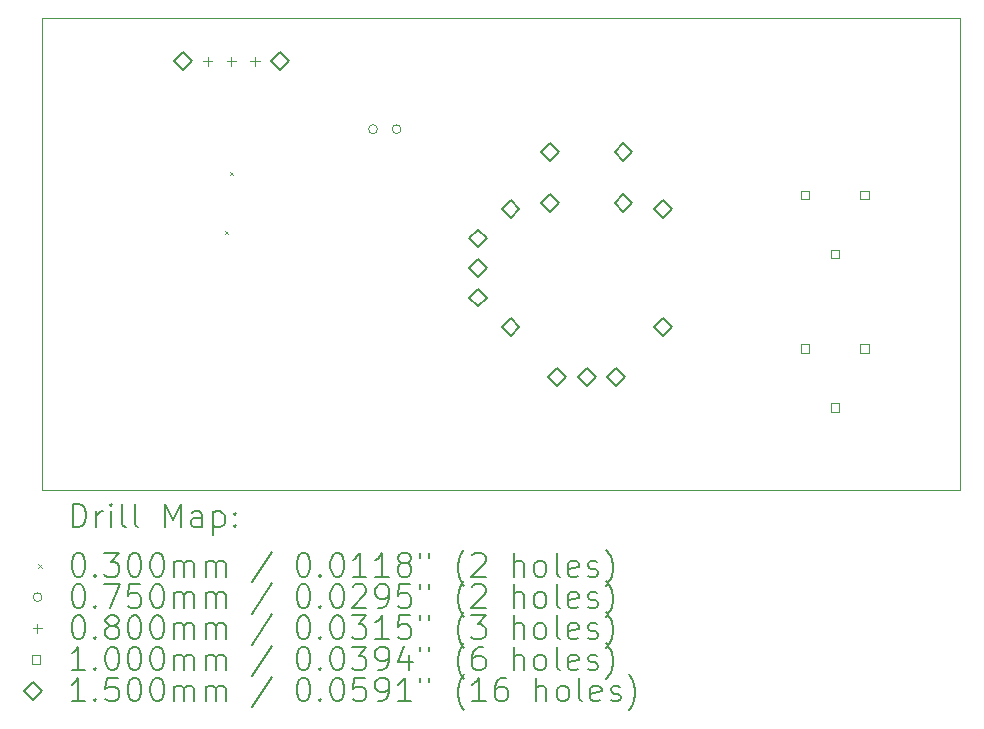
<source format=gbr>
%TF.GenerationSoftware,KiCad,Pcbnew,8.0.8*%
%TF.CreationDate,2025-02-18T09:32:08+01:00*%
%TF.ProjectId,T_lecommande,54e96c65-636f-46d6-9d61-6e64652e6b69,rev?*%
%TF.SameCoordinates,Original*%
%TF.FileFunction,Drillmap*%
%TF.FilePolarity,Positive*%
%FSLAX45Y45*%
G04 Gerber Fmt 4.5, Leading zero omitted, Abs format (unit mm)*
G04 Created by KiCad (PCBNEW 8.0.8) date 2025-02-18 09:32:08*
%MOMM*%
%LPD*%
G01*
G04 APERTURE LIST*
%ADD10C,0.050000*%
%ADD11C,0.200000*%
%ADD12C,0.100000*%
%ADD13C,0.150000*%
G04 APERTURE END LIST*
D10*
X5000000Y-5000000D02*
X12770000Y-5000000D01*
X12770000Y-9000000D01*
X5000000Y-9000000D01*
X5000000Y-5000000D01*
D11*
D12*
X6545000Y-6805000D02*
X6575000Y-6835000D01*
X6575000Y-6805000D02*
X6545000Y-6835000D01*
X6585000Y-6305000D02*
X6615000Y-6335000D01*
X6615000Y-6305000D02*
X6585000Y-6335000D01*
X7837500Y-5945000D02*
G75*
G02*
X7762500Y-5945000I-37500J0D01*
G01*
X7762500Y-5945000D02*
G75*
G02*
X7837500Y-5945000I37500J0D01*
G01*
X8037500Y-5945000D02*
G75*
G02*
X7962500Y-5945000I-37500J0D01*
G01*
X7962500Y-5945000D02*
G75*
G02*
X8037500Y-5945000I37500J0D01*
G01*
X6400000Y-5330000D02*
X6400000Y-5410000D01*
X6360000Y-5370000D02*
X6440000Y-5370000D01*
X6600000Y-5330000D02*
X6600000Y-5410000D01*
X6560000Y-5370000D02*
X6640000Y-5370000D01*
X6800000Y-5330000D02*
X6800000Y-5410000D01*
X6760000Y-5370000D02*
X6840000Y-5370000D01*
X11495356Y-6537356D02*
X11495356Y-6466644D01*
X11424644Y-6466644D01*
X11424644Y-6537356D01*
X11495356Y-6537356D01*
X11495356Y-7837356D02*
X11495356Y-7766644D01*
X11424644Y-7766644D01*
X11424644Y-7837356D01*
X11495356Y-7837356D01*
X11745356Y-7037356D02*
X11745356Y-6966644D01*
X11674644Y-6966644D01*
X11674644Y-7037356D01*
X11745356Y-7037356D01*
X11745356Y-8337356D02*
X11745356Y-8266644D01*
X11674644Y-8266644D01*
X11674644Y-8337356D01*
X11745356Y-8337356D01*
X11995356Y-6537356D02*
X11995356Y-6466644D01*
X11924644Y-6466644D01*
X11924644Y-6537356D01*
X11995356Y-6537356D01*
X11995356Y-7837356D02*
X11995356Y-7766644D01*
X11924644Y-7766644D01*
X11924644Y-7837356D01*
X11995356Y-7837356D01*
D13*
X6190000Y-5445000D02*
X6265000Y-5370000D01*
X6190000Y-5295000D01*
X6115000Y-5370000D01*
X6190000Y-5445000D01*
X7010000Y-5445000D02*
X7085000Y-5370000D01*
X7010000Y-5295000D01*
X6935000Y-5370000D01*
X7010000Y-5445000D01*
X8690000Y-6945000D02*
X8765000Y-6870000D01*
X8690000Y-6795000D01*
X8615000Y-6870000D01*
X8690000Y-6945000D01*
X8690000Y-7195000D02*
X8765000Y-7120000D01*
X8690000Y-7045000D01*
X8615000Y-7120000D01*
X8690000Y-7195000D01*
X8690000Y-7445000D02*
X8765000Y-7370000D01*
X8690000Y-7295000D01*
X8615000Y-7370000D01*
X8690000Y-7445000D01*
X8965000Y-6695000D02*
X9040000Y-6620000D01*
X8965000Y-6545000D01*
X8890000Y-6620000D01*
X8965000Y-6695000D01*
X8965000Y-7695000D02*
X9040000Y-7620000D01*
X8965000Y-7545000D01*
X8890000Y-7620000D01*
X8965000Y-7695000D01*
X9300000Y-6210000D02*
X9375000Y-6135000D01*
X9300000Y-6060000D01*
X9225000Y-6135000D01*
X9300000Y-6210000D01*
X9300000Y-6645000D02*
X9375000Y-6570000D01*
X9300000Y-6495000D01*
X9225000Y-6570000D01*
X9300000Y-6645000D01*
X9360000Y-8115000D02*
X9435000Y-8040000D01*
X9360000Y-7965000D01*
X9285000Y-8040000D01*
X9360000Y-8115000D01*
X9610000Y-8115000D02*
X9685000Y-8040000D01*
X9610000Y-7965000D01*
X9535000Y-8040000D01*
X9610000Y-8115000D01*
X9860000Y-8115000D02*
X9935000Y-8040000D01*
X9860000Y-7965000D01*
X9785000Y-8040000D01*
X9860000Y-8115000D01*
X9920000Y-6210000D02*
X9995000Y-6135000D01*
X9920000Y-6060000D01*
X9845000Y-6135000D01*
X9920000Y-6210000D01*
X9920000Y-6645000D02*
X9995000Y-6570000D01*
X9920000Y-6495000D01*
X9845000Y-6570000D01*
X9920000Y-6645000D01*
X10255000Y-6695000D02*
X10330000Y-6620000D01*
X10255000Y-6545000D01*
X10180000Y-6620000D01*
X10255000Y-6695000D01*
X10255000Y-7695000D02*
X10330000Y-7620000D01*
X10255000Y-7545000D01*
X10180000Y-7620000D01*
X10255000Y-7695000D01*
D11*
X5258277Y-9313984D02*
X5258277Y-9113984D01*
X5258277Y-9113984D02*
X5305896Y-9113984D01*
X5305896Y-9113984D02*
X5334467Y-9123508D01*
X5334467Y-9123508D02*
X5353515Y-9142555D01*
X5353515Y-9142555D02*
X5363039Y-9161603D01*
X5363039Y-9161603D02*
X5372563Y-9199698D01*
X5372563Y-9199698D02*
X5372563Y-9228270D01*
X5372563Y-9228270D02*
X5363039Y-9266365D01*
X5363039Y-9266365D02*
X5353515Y-9285412D01*
X5353515Y-9285412D02*
X5334467Y-9304460D01*
X5334467Y-9304460D02*
X5305896Y-9313984D01*
X5305896Y-9313984D02*
X5258277Y-9313984D01*
X5458277Y-9313984D02*
X5458277Y-9180650D01*
X5458277Y-9218746D02*
X5467801Y-9199698D01*
X5467801Y-9199698D02*
X5477324Y-9190174D01*
X5477324Y-9190174D02*
X5496372Y-9180650D01*
X5496372Y-9180650D02*
X5515420Y-9180650D01*
X5582086Y-9313984D02*
X5582086Y-9180650D01*
X5582086Y-9113984D02*
X5572563Y-9123508D01*
X5572563Y-9123508D02*
X5582086Y-9133031D01*
X5582086Y-9133031D02*
X5591610Y-9123508D01*
X5591610Y-9123508D02*
X5582086Y-9113984D01*
X5582086Y-9113984D02*
X5582086Y-9133031D01*
X5705896Y-9313984D02*
X5686848Y-9304460D01*
X5686848Y-9304460D02*
X5677324Y-9285412D01*
X5677324Y-9285412D02*
X5677324Y-9113984D01*
X5810658Y-9313984D02*
X5791610Y-9304460D01*
X5791610Y-9304460D02*
X5782086Y-9285412D01*
X5782086Y-9285412D02*
X5782086Y-9113984D01*
X6039229Y-9313984D02*
X6039229Y-9113984D01*
X6039229Y-9113984D02*
X6105896Y-9256841D01*
X6105896Y-9256841D02*
X6172562Y-9113984D01*
X6172562Y-9113984D02*
X6172562Y-9313984D01*
X6353515Y-9313984D02*
X6353515Y-9209222D01*
X6353515Y-9209222D02*
X6343991Y-9190174D01*
X6343991Y-9190174D02*
X6324943Y-9180650D01*
X6324943Y-9180650D02*
X6286848Y-9180650D01*
X6286848Y-9180650D02*
X6267801Y-9190174D01*
X6353515Y-9304460D02*
X6334467Y-9313984D01*
X6334467Y-9313984D02*
X6286848Y-9313984D01*
X6286848Y-9313984D02*
X6267801Y-9304460D01*
X6267801Y-9304460D02*
X6258277Y-9285412D01*
X6258277Y-9285412D02*
X6258277Y-9266365D01*
X6258277Y-9266365D02*
X6267801Y-9247317D01*
X6267801Y-9247317D02*
X6286848Y-9237793D01*
X6286848Y-9237793D02*
X6334467Y-9237793D01*
X6334467Y-9237793D02*
X6353515Y-9228270D01*
X6448753Y-9180650D02*
X6448753Y-9380650D01*
X6448753Y-9190174D02*
X6467801Y-9180650D01*
X6467801Y-9180650D02*
X6505896Y-9180650D01*
X6505896Y-9180650D02*
X6524943Y-9190174D01*
X6524943Y-9190174D02*
X6534467Y-9199698D01*
X6534467Y-9199698D02*
X6543991Y-9218746D01*
X6543991Y-9218746D02*
X6543991Y-9275889D01*
X6543991Y-9275889D02*
X6534467Y-9294936D01*
X6534467Y-9294936D02*
X6524943Y-9304460D01*
X6524943Y-9304460D02*
X6505896Y-9313984D01*
X6505896Y-9313984D02*
X6467801Y-9313984D01*
X6467801Y-9313984D02*
X6448753Y-9304460D01*
X6629705Y-9294936D02*
X6639229Y-9304460D01*
X6639229Y-9304460D02*
X6629705Y-9313984D01*
X6629705Y-9313984D02*
X6620182Y-9304460D01*
X6620182Y-9304460D02*
X6629705Y-9294936D01*
X6629705Y-9294936D02*
X6629705Y-9313984D01*
X6629705Y-9190174D02*
X6639229Y-9199698D01*
X6639229Y-9199698D02*
X6629705Y-9209222D01*
X6629705Y-9209222D02*
X6620182Y-9199698D01*
X6620182Y-9199698D02*
X6629705Y-9190174D01*
X6629705Y-9190174D02*
X6629705Y-9209222D01*
D12*
X4967500Y-9627500D02*
X4997500Y-9657500D01*
X4997500Y-9627500D02*
X4967500Y-9657500D01*
D11*
X5296372Y-9533984D02*
X5315420Y-9533984D01*
X5315420Y-9533984D02*
X5334467Y-9543508D01*
X5334467Y-9543508D02*
X5343991Y-9553031D01*
X5343991Y-9553031D02*
X5353515Y-9572079D01*
X5353515Y-9572079D02*
X5363039Y-9610174D01*
X5363039Y-9610174D02*
X5363039Y-9657793D01*
X5363039Y-9657793D02*
X5353515Y-9695889D01*
X5353515Y-9695889D02*
X5343991Y-9714936D01*
X5343991Y-9714936D02*
X5334467Y-9724460D01*
X5334467Y-9724460D02*
X5315420Y-9733984D01*
X5315420Y-9733984D02*
X5296372Y-9733984D01*
X5296372Y-9733984D02*
X5277324Y-9724460D01*
X5277324Y-9724460D02*
X5267801Y-9714936D01*
X5267801Y-9714936D02*
X5258277Y-9695889D01*
X5258277Y-9695889D02*
X5248753Y-9657793D01*
X5248753Y-9657793D02*
X5248753Y-9610174D01*
X5248753Y-9610174D02*
X5258277Y-9572079D01*
X5258277Y-9572079D02*
X5267801Y-9553031D01*
X5267801Y-9553031D02*
X5277324Y-9543508D01*
X5277324Y-9543508D02*
X5296372Y-9533984D01*
X5448753Y-9714936D02*
X5458277Y-9724460D01*
X5458277Y-9724460D02*
X5448753Y-9733984D01*
X5448753Y-9733984D02*
X5439229Y-9724460D01*
X5439229Y-9724460D02*
X5448753Y-9714936D01*
X5448753Y-9714936D02*
X5448753Y-9733984D01*
X5524944Y-9533984D02*
X5648753Y-9533984D01*
X5648753Y-9533984D02*
X5582086Y-9610174D01*
X5582086Y-9610174D02*
X5610658Y-9610174D01*
X5610658Y-9610174D02*
X5629705Y-9619698D01*
X5629705Y-9619698D02*
X5639229Y-9629222D01*
X5639229Y-9629222D02*
X5648753Y-9648270D01*
X5648753Y-9648270D02*
X5648753Y-9695889D01*
X5648753Y-9695889D02*
X5639229Y-9714936D01*
X5639229Y-9714936D02*
X5629705Y-9724460D01*
X5629705Y-9724460D02*
X5610658Y-9733984D01*
X5610658Y-9733984D02*
X5553515Y-9733984D01*
X5553515Y-9733984D02*
X5534467Y-9724460D01*
X5534467Y-9724460D02*
X5524944Y-9714936D01*
X5772562Y-9533984D02*
X5791610Y-9533984D01*
X5791610Y-9533984D02*
X5810658Y-9543508D01*
X5810658Y-9543508D02*
X5820182Y-9553031D01*
X5820182Y-9553031D02*
X5829705Y-9572079D01*
X5829705Y-9572079D02*
X5839229Y-9610174D01*
X5839229Y-9610174D02*
X5839229Y-9657793D01*
X5839229Y-9657793D02*
X5829705Y-9695889D01*
X5829705Y-9695889D02*
X5820182Y-9714936D01*
X5820182Y-9714936D02*
X5810658Y-9724460D01*
X5810658Y-9724460D02*
X5791610Y-9733984D01*
X5791610Y-9733984D02*
X5772562Y-9733984D01*
X5772562Y-9733984D02*
X5753515Y-9724460D01*
X5753515Y-9724460D02*
X5743991Y-9714936D01*
X5743991Y-9714936D02*
X5734467Y-9695889D01*
X5734467Y-9695889D02*
X5724943Y-9657793D01*
X5724943Y-9657793D02*
X5724943Y-9610174D01*
X5724943Y-9610174D02*
X5734467Y-9572079D01*
X5734467Y-9572079D02*
X5743991Y-9553031D01*
X5743991Y-9553031D02*
X5753515Y-9543508D01*
X5753515Y-9543508D02*
X5772562Y-9533984D01*
X5963039Y-9533984D02*
X5982086Y-9533984D01*
X5982086Y-9533984D02*
X6001134Y-9543508D01*
X6001134Y-9543508D02*
X6010658Y-9553031D01*
X6010658Y-9553031D02*
X6020182Y-9572079D01*
X6020182Y-9572079D02*
X6029705Y-9610174D01*
X6029705Y-9610174D02*
X6029705Y-9657793D01*
X6029705Y-9657793D02*
X6020182Y-9695889D01*
X6020182Y-9695889D02*
X6010658Y-9714936D01*
X6010658Y-9714936D02*
X6001134Y-9724460D01*
X6001134Y-9724460D02*
X5982086Y-9733984D01*
X5982086Y-9733984D02*
X5963039Y-9733984D01*
X5963039Y-9733984D02*
X5943991Y-9724460D01*
X5943991Y-9724460D02*
X5934467Y-9714936D01*
X5934467Y-9714936D02*
X5924943Y-9695889D01*
X5924943Y-9695889D02*
X5915420Y-9657793D01*
X5915420Y-9657793D02*
X5915420Y-9610174D01*
X5915420Y-9610174D02*
X5924943Y-9572079D01*
X5924943Y-9572079D02*
X5934467Y-9553031D01*
X5934467Y-9553031D02*
X5943991Y-9543508D01*
X5943991Y-9543508D02*
X5963039Y-9533984D01*
X6115420Y-9733984D02*
X6115420Y-9600650D01*
X6115420Y-9619698D02*
X6124943Y-9610174D01*
X6124943Y-9610174D02*
X6143991Y-9600650D01*
X6143991Y-9600650D02*
X6172563Y-9600650D01*
X6172563Y-9600650D02*
X6191610Y-9610174D01*
X6191610Y-9610174D02*
X6201134Y-9629222D01*
X6201134Y-9629222D02*
X6201134Y-9733984D01*
X6201134Y-9629222D02*
X6210658Y-9610174D01*
X6210658Y-9610174D02*
X6229705Y-9600650D01*
X6229705Y-9600650D02*
X6258277Y-9600650D01*
X6258277Y-9600650D02*
X6277324Y-9610174D01*
X6277324Y-9610174D02*
X6286848Y-9629222D01*
X6286848Y-9629222D02*
X6286848Y-9733984D01*
X6382086Y-9733984D02*
X6382086Y-9600650D01*
X6382086Y-9619698D02*
X6391610Y-9610174D01*
X6391610Y-9610174D02*
X6410658Y-9600650D01*
X6410658Y-9600650D02*
X6439229Y-9600650D01*
X6439229Y-9600650D02*
X6458277Y-9610174D01*
X6458277Y-9610174D02*
X6467801Y-9629222D01*
X6467801Y-9629222D02*
X6467801Y-9733984D01*
X6467801Y-9629222D02*
X6477324Y-9610174D01*
X6477324Y-9610174D02*
X6496372Y-9600650D01*
X6496372Y-9600650D02*
X6524943Y-9600650D01*
X6524943Y-9600650D02*
X6543991Y-9610174D01*
X6543991Y-9610174D02*
X6553515Y-9629222D01*
X6553515Y-9629222D02*
X6553515Y-9733984D01*
X6943991Y-9524460D02*
X6772563Y-9781603D01*
X7201134Y-9533984D02*
X7220182Y-9533984D01*
X7220182Y-9533984D02*
X7239229Y-9543508D01*
X7239229Y-9543508D02*
X7248753Y-9553031D01*
X7248753Y-9553031D02*
X7258277Y-9572079D01*
X7258277Y-9572079D02*
X7267801Y-9610174D01*
X7267801Y-9610174D02*
X7267801Y-9657793D01*
X7267801Y-9657793D02*
X7258277Y-9695889D01*
X7258277Y-9695889D02*
X7248753Y-9714936D01*
X7248753Y-9714936D02*
X7239229Y-9724460D01*
X7239229Y-9724460D02*
X7220182Y-9733984D01*
X7220182Y-9733984D02*
X7201134Y-9733984D01*
X7201134Y-9733984D02*
X7182086Y-9724460D01*
X7182086Y-9724460D02*
X7172563Y-9714936D01*
X7172563Y-9714936D02*
X7163039Y-9695889D01*
X7163039Y-9695889D02*
X7153515Y-9657793D01*
X7153515Y-9657793D02*
X7153515Y-9610174D01*
X7153515Y-9610174D02*
X7163039Y-9572079D01*
X7163039Y-9572079D02*
X7172563Y-9553031D01*
X7172563Y-9553031D02*
X7182086Y-9543508D01*
X7182086Y-9543508D02*
X7201134Y-9533984D01*
X7353515Y-9714936D02*
X7363039Y-9724460D01*
X7363039Y-9724460D02*
X7353515Y-9733984D01*
X7353515Y-9733984D02*
X7343991Y-9724460D01*
X7343991Y-9724460D02*
X7353515Y-9714936D01*
X7353515Y-9714936D02*
X7353515Y-9733984D01*
X7486848Y-9533984D02*
X7505896Y-9533984D01*
X7505896Y-9533984D02*
X7524944Y-9543508D01*
X7524944Y-9543508D02*
X7534467Y-9553031D01*
X7534467Y-9553031D02*
X7543991Y-9572079D01*
X7543991Y-9572079D02*
X7553515Y-9610174D01*
X7553515Y-9610174D02*
X7553515Y-9657793D01*
X7553515Y-9657793D02*
X7543991Y-9695889D01*
X7543991Y-9695889D02*
X7534467Y-9714936D01*
X7534467Y-9714936D02*
X7524944Y-9724460D01*
X7524944Y-9724460D02*
X7505896Y-9733984D01*
X7505896Y-9733984D02*
X7486848Y-9733984D01*
X7486848Y-9733984D02*
X7467801Y-9724460D01*
X7467801Y-9724460D02*
X7458277Y-9714936D01*
X7458277Y-9714936D02*
X7448753Y-9695889D01*
X7448753Y-9695889D02*
X7439229Y-9657793D01*
X7439229Y-9657793D02*
X7439229Y-9610174D01*
X7439229Y-9610174D02*
X7448753Y-9572079D01*
X7448753Y-9572079D02*
X7458277Y-9553031D01*
X7458277Y-9553031D02*
X7467801Y-9543508D01*
X7467801Y-9543508D02*
X7486848Y-9533984D01*
X7743991Y-9733984D02*
X7629706Y-9733984D01*
X7686848Y-9733984D02*
X7686848Y-9533984D01*
X7686848Y-9533984D02*
X7667801Y-9562555D01*
X7667801Y-9562555D02*
X7648753Y-9581603D01*
X7648753Y-9581603D02*
X7629706Y-9591127D01*
X7934467Y-9733984D02*
X7820182Y-9733984D01*
X7877325Y-9733984D02*
X7877325Y-9533984D01*
X7877325Y-9533984D02*
X7858277Y-9562555D01*
X7858277Y-9562555D02*
X7839229Y-9581603D01*
X7839229Y-9581603D02*
X7820182Y-9591127D01*
X8048753Y-9619698D02*
X8029706Y-9610174D01*
X8029706Y-9610174D02*
X8020182Y-9600650D01*
X8020182Y-9600650D02*
X8010658Y-9581603D01*
X8010658Y-9581603D02*
X8010658Y-9572079D01*
X8010658Y-9572079D02*
X8020182Y-9553031D01*
X8020182Y-9553031D02*
X8029706Y-9543508D01*
X8029706Y-9543508D02*
X8048753Y-9533984D01*
X8048753Y-9533984D02*
X8086848Y-9533984D01*
X8086848Y-9533984D02*
X8105896Y-9543508D01*
X8105896Y-9543508D02*
X8115420Y-9553031D01*
X8115420Y-9553031D02*
X8124944Y-9572079D01*
X8124944Y-9572079D02*
X8124944Y-9581603D01*
X8124944Y-9581603D02*
X8115420Y-9600650D01*
X8115420Y-9600650D02*
X8105896Y-9610174D01*
X8105896Y-9610174D02*
X8086848Y-9619698D01*
X8086848Y-9619698D02*
X8048753Y-9619698D01*
X8048753Y-9619698D02*
X8029706Y-9629222D01*
X8029706Y-9629222D02*
X8020182Y-9638746D01*
X8020182Y-9638746D02*
X8010658Y-9657793D01*
X8010658Y-9657793D02*
X8010658Y-9695889D01*
X8010658Y-9695889D02*
X8020182Y-9714936D01*
X8020182Y-9714936D02*
X8029706Y-9724460D01*
X8029706Y-9724460D02*
X8048753Y-9733984D01*
X8048753Y-9733984D02*
X8086848Y-9733984D01*
X8086848Y-9733984D02*
X8105896Y-9724460D01*
X8105896Y-9724460D02*
X8115420Y-9714936D01*
X8115420Y-9714936D02*
X8124944Y-9695889D01*
X8124944Y-9695889D02*
X8124944Y-9657793D01*
X8124944Y-9657793D02*
X8115420Y-9638746D01*
X8115420Y-9638746D02*
X8105896Y-9629222D01*
X8105896Y-9629222D02*
X8086848Y-9619698D01*
X8201134Y-9533984D02*
X8201134Y-9572079D01*
X8277325Y-9533984D02*
X8277325Y-9572079D01*
X8572563Y-9810174D02*
X8563039Y-9800650D01*
X8563039Y-9800650D02*
X8543991Y-9772079D01*
X8543991Y-9772079D02*
X8534468Y-9753031D01*
X8534468Y-9753031D02*
X8524944Y-9724460D01*
X8524944Y-9724460D02*
X8515420Y-9676841D01*
X8515420Y-9676841D02*
X8515420Y-9638746D01*
X8515420Y-9638746D02*
X8524944Y-9591127D01*
X8524944Y-9591127D02*
X8534468Y-9562555D01*
X8534468Y-9562555D02*
X8543991Y-9543508D01*
X8543991Y-9543508D02*
X8563039Y-9514936D01*
X8563039Y-9514936D02*
X8572563Y-9505412D01*
X8639230Y-9553031D02*
X8648753Y-9543508D01*
X8648753Y-9543508D02*
X8667801Y-9533984D01*
X8667801Y-9533984D02*
X8715420Y-9533984D01*
X8715420Y-9533984D02*
X8734468Y-9543508D01*
X8734468Y-9543508D02*
X8743991Y-9553031D01*
X8743991Y-9553031D02*
X8753515Y-9572079D01*
X8753515Y-9572079D02*
X8753515Y-9591127D01*
X8753515Y-9591127D02*
X8743991Y-9619698D01*
X8743991Y-9619698D02*
X8629706Y-9733984D01*
X8629706Y-9733984D02*
X8753515Y-9733984D01*
X8991611Y-9733984D02*
X8991611Y-9533984D01*
X9077325Y-9733984D02*
X9077325Y-9629222D01*
X9077325Y-9629222D02*
X9067801Y-9610174D01*
X9067801Y-9610174D02*
X9048753Y-9600650D01*
X9048753Y-9600650D02*
X9020182Y-9600650D01*
X9020182Y-9600650D02*
X9001134Y-9610174D01*
X9001134Y-9610174D02*
X8991611Y-9619698D01*
X9201134Y-9733984D02*
X9182087Y-9724460D01*
X9182087Y-9724460D02*
X9172563Y-9714936D01*
X9172563Y-9714936D02*
X9163039Y-9695889D01*
X9163039Y-9695889D02*
X9163039Y-9638746D01*
X9163039Y-9638746D02*
X9172563Y-9619698D01*
X9172563Y-9619698D02*
X9182087Y-9610174D01*
X9182087Y-9610174D02*
X9201134Y-9600650D01*
X9201134Y-9600650D02*
X9229706Y-9600650D01*
X9229706Y-9600650D02*
X9248753Y-9610174D01*
X9248753Y-9610174D02*
X9258277Y-9619698D01*
X9258277Y-9619698D02*
X9267801Y-9638746D01*
X9267801Y-9638746D02*
X9267801Y-9695889D01*
X9267801Y-9695889D02*
X9258277Y-9714936D01*
X9258277Y-9714936D02*
X9248753Y-9724460D01*
X9248753Y-9724460D02*
X9229706Y-9733984D01*
X9229706Y-9733984D02*
X9201134Y-9733984D01*
X9382087Y-9733984D02*
X9363039Y-9724460D01*
X9363039Y-9724460D02*
X9353515Y-9705412D01*
X9353515Y-9705412D02*
X9353515Y-9533984D01*
X9534468Y-9724460D02*
X9515420Y-9733984D01*
X9515420Y-9733984D02*
X9477325Y-9733984D01*
X9477325Y-9733984D02*
X9458277Y-9724460D01*
X9458277Y-9724460D02*
X9448753Y-9705412D01*
X9448753Y-9705412D02*
X9448753Y-9629222D01*
X9448753Y-9629222D02*
X9458277Y-9610174D01*
X9458277Y-9610174D02*
X9477325Y-9600650D01*
X9477325Y-9600650D02*
X9515420Y-9600650D01*
X9515420Y-9600650D02*
X9534468Y-9610174D01*
X9534468Y-9610174D02*
X9543992Y-9629222D01*
X9543992Y-9629222D02*
X9543992Y-9648270D01*
X9543992Y-9648270D02*
X9448753Y-9667317D01*
X9620182Y-9724460D02*
X9639230Y-9733984D01*
X9639230Y-9733984D02*
X9677325Y-9733984D01*
X9677325Y-9733984D02*
X9696373Y-9724460D01*
X9696373Y-9724460D02*
X9705896Y-9705412D01*
X9705896Y-9705412D02*
X9705896Y-9695889D01*
X9705896Y-9695889D02*
X9696373Y-9676841D01*
X9696373Y-9676841D02*
X9677325Y-9667317D01*
X9677325Y-9667317D02*
X9648753Y-9667317D01*
X9648753Y-9667317D02*
X9629706Y-9657793D01*
X9629706Y-9657793D02*
X9620182Y-9638746D01*
X9620182Y-9638746D02*
X9620182Y-9629222D01*
X9620182Y-9629222D02*
X9629706Y-9610174D01*
X9629706Y-9610174D02*
X9648753Y-9600650D01*
X9648753Y-9600650D02*
X9677325Y-9600650D01*
X9677325Y-9600650D02*
X9696373Y-9610174D01*
X9772563Y-9810174D02*
X9782087Y-9800650D01*
X9782087Y-9800650D02*
X9801134Y-9772079D01*
X9801134Y-9772079D02*
X9810658Y-9753031D01*
X9810658Y-9753031D02*
X9820182Y-9724460D01*
X9820182Y-9724460D02*
X9829706Y-9676841D01*
X9829706Y-9676841D02*
X9829706Y-9638746D01*
X9829706Y-9638746D02*
X9820182Y-9591127D01*
X9820182Y-9591127D02*
X9810658Y-9562555D01*
X9810658Y-9562555D02*
X9801134Y-9543508D01*
X9801134Y-9543508D02*
X9782087Y-9514936D01*
X9782087Y-9514936D02*
X9772563Y-9505412D01*
D12*
X4997500Y-9906500D02*
G75*
G02*
X4922500Y-9906500I-37500J0D01*
G01*
X4922500Y-9906500D02*
G75*
G02*
X4997500Y-9906500I37500J0D01*
G01*
D11*
X5296372Y-9797984D02*
X5315420Y-9797984D01*
X5315420Y-9797984D02*
X5334467Y-9807508D01*
X5334467Y-9807508D02*
X5343991Y-9817031D01*
X5343991Y-9817031D02*
X5353515Y-9836079D01*
X5353515Y-9836079D02*
X5363039Y-9874174D01*
X5363039Y-9874174D02*
X5363039Y-9921793D01*
X5363039Y-9921793D02*
X5353515Y-9959889D01*
X5353515Y-9959889D02*
X5343991Y-9978936D01*
X5343991Y-9978936D02*
X5334467Y-9988460D01*
X5334467Y-9988460D02*
X5315420Y-9997984D01*
X5315420Y-9997984D02*
X5296372Y-9997984D01*
X5296372Y-9997984D02*
X5277324Y-9988460D01*
X5277324Y-9988460D02*
X5267801Y-9978936D01*
X5267801Y-9978936D02*
X5258277Y-9959889D01*
X5258277Y-9959889D02*
X5248753Y-9921793D01*
X5248753Y-9921793D02*
X5248753Y-9874174D01*
X5248753Y-9874174D02*
X5258277Y-9836079D01*
X5258277Y-9836079D02*
X5267801Y-9817031D01*
X5267801Y-9817031D02*
X5277324Y-9807508D01*
X5277324Y-9807508D02*
X5296372Y-9797984D01*
X5448753Y-9978936D02*
X5458277Y-9988460D01*
X5458277Y-9988460D02*
X5448753Y-9997984D01*
X5448753Y-9997984D02*
X5439229Y-9988460D01*
X5439229Y-9988460D02*
X5448753Y-9978936D01*
X5448753Y-9978936D02*
X5448753Y-9997984D01*
X5524944Y-9797984D02*
X5658277Y-9797984D01*
X5658277Y-9797984D02*
X5572563Y-9997984D01*
X5829705Y-9797984D02*
X5734467Y-9797984D01*
X5734467Y-9797984D02*
X5724943Y-9893222D01*
X5724943Y-9893222D02*
X5734467Y-9883698D01*
X5734467Y-9883698D02*
X5753515Y-9874174D01*
X5753515Y-9874174D02*
X5801134Y-9874174D01*
X5801134Y-9874174D02*
X5820182Y-9883698D01*
X5820182Y-9883698D02*
X5829705Y-9893222D01*
X5829705Y-9893222D02*
X5839229Y-9912270D01*
X5839229Y-9912270D02*
X5839229Y-9959889D01*
X5839229Y-9959889D02*
X5829705Y-9978936D01*
X5829705Y-9978936D02*
X5820182Y-9988460D01*
X5820182Y-9988460D02*
X5801134Y-9997984D01*
X5801134Y-9997984D02*
X5753515Y-9997984D01*
X5753515Y-9997984D02*
X5734467Y-9988460D01*
X5734467Y-9988460D02*
X5724943Y-9978936D01*
X5963039Y-9797984D02*
X5982086Y-9797984D01*
X5982086Y-9797984D02*
X6001134Y-9807508D01*
X6001134Y-9807508D02*
X6010658Y-9817031D01*
X6010658Y-9817031D02*
X6020182Y-9836079D01*
X6020182Y-9836079D02*
X6029705Y-9874174D01*
X6029705Y-9874174D02*
X6029705Y-9921793D01*
X6029705Y-9921793D02*
X6020182Y-9959889D01*
X6020182Y-9959889D02*
X6010658Y-9978936D01*
X6010658Y-9978936D02*
X6001134Y-9988460D01*
X6001134Y-9988460D02*
X5982086Y-9997984D01*
X5982086Y-9997984D02*
X5963039Y-9997984D01*
X5963039Y-9997984D02*
X5943991Y-9988460D01*
X5943991Y-9988460D02*
X5934467Y-9978936D01*
X5934467Y-9978936D02*
X5924943Y-9959889D01*
X5924943Y-9959889D02*
X5915420Y-9921793D01*
X5915420Y-9921793D02*
X5915420Y-9874174D01*
X5915420Y-9874174D02*
X5924943Y-9836079D01*
X5924943Y-9836079D02*
X5934467Y-9817031D01*
X5934467Y-9817031D02*
X5943991Y-9807508D01*
X5943991Y-9807508D02*
X5963039Y-9797984D01*
X6115420Y-9997984D02*
X6115420Y-9864650D01*
X6115420Y-9883698D02*
X6124943Y-9874174D01*
X6124943Y-9874174D02*
X6143991Y-9864650D01*
X6143991Y-9864650D02*
X6172563Y-9864650D01*
X6172563Y-9864650D02*
X6191610Y-9874174D01*
X6191610Y-9874174D02*
X6201134Y-9893222D01*
X6201134Y-9893222D02*
X6201134Y-9997984D01*
X6201134Y-9893222D02*
X6210658Y-9874174D01*
X6210658Y-9874174D02*
X6229705Y-9864650D01*
X6229705Y-9864650D02*
X6258277Y-9864650D01*
X6258277Y-9864650D02*
X6277324Y-9874174D01*
X6277324Y-9874174D02*
X6286848Y-9893222D01*
X6286848Y-9893222D02*
X6286848Y-9997984D01*
X6382086Y-9997984D02*
X6382086Y-9864650D01*
X6382086Y-9883698D02*
X6391610Y-9874174D01*
X6391610Y-9874174D02*
X6410658Y-9864650D01*
X6410658Y-9864650D02*
X6439229Y-9864650D01*
X6439229Y-9864650D02*
X6458277Y-9874174D01*
X6458277Y-9874174D02*
X6467801Y-9893222D01*
X6467801Y-9893222D02*
X6467801Y-9997984D01*
X6467801Y-9893222D02*
X6477324Y-9874174D01*
X6477324Y-9874174D02*
X6496372Y-9864650D01*
X6496372Y-9864650D02*
X6524943Y-9864650D01*
X6524943Y-9864650D02*
X6543991Y-9874174D01*
X6543991Y-9874174D02*
X6553515Y-9893222D01*
X6553515Y-9893222D02*
X6553515Y-9997984D01*
X6943991Y-9788460D02*
X6772563Y-10045603D01*
X7201134Y-9797984D02*
X7220182Y-9797984D01*
X7220182Y-9797984D02*
X7239229Y-9807508D01*
X7239229Y-9807508D02*
X7248753Y-9817031D01*
X7248753Y-9817031D02*
X7258277Y-9836079D01*
X7258277Y-9836079D02*
X7267801Y-9874174D01*
X7267801Y-9874174D02*
X7267801Y-9921793D01*
X7267801Y-9921793D02*
X7258277Y-9959889D01*
X7258277Y-9959889D02*
X7248753Y-9978936D01*
X7248753Y-9978936D02*
X7239229Y-9988460D01*
X7239229Y-9988460D02*
X7220182Y-9997984D01*
X7220182Y-9997984D02*
X7201134Y-9997984D01*
X7201134Y-9997984D02*
X7182086Y-9988460D01*
X7182086Y-9988460D02*
X7172563Y-9978936D01*
X7172563Y-9978936D02*
X7163039Y-9959889D01*
X7163039Y-9959889D02*
X7153515Y-9921793D01*
X7153515Y-9921793D02*
X7153515Y-9874174D01*
X7153515Y-9874174D02*
X7163039Y-9836079D01*
X7163039Y-9836079D02*
X7172563Y-9817031D01*
X7172563Y-9817031D02*
X7182086Y-9807508D01*
X7182086Y-9807508D02*
X7201134Y-9797984D01*
X7353515Y-9978936D02*
X7363039Y-9988460D01*
X7363039Y-9988460D02*
X7353515Y-9997984D01*
X7353515Y-9997984D02*
X7343991Y-9988460D01*
X7343991Y-9988460D02*
X7353515Y-9978936D01*
X7353515Y-9978936D02*
X7353515Y-9997984D01*
X7486848Y-9797984D02*
X7505896Y-9797984D01*
X7505896Y-9797984D02*
X7524944Y-9807508D01*
X7524944Y-9807508D02*
X7534467Y-9817031D01*
X7534467Y-9817031D02*
X7543991Y-9836079D01*
X7543991Y-9836079D02*
X7553515Y-9874174D01*
X7553515Y-9874174D02*
X7553515Y-9921793D01*
X7553515Y-9921793D02*
X7543991Y-9959889D01*
X7543991Y-9959889D02*
X7534467Y-9978936D01*
X7534467Y-9978936D02*
X7524944Y-9988460D01*
X7524944Y-9988460D02*
X7505896Y-9997984D01*
X7505896Y-9997984D02*
X7486848Y-9997984D01*
X7486848Y-9997984D02*
X7467801Y-9988460D01*
X7467801Y-9988460D02*
X7458277Y-9978936D01*
X7458277Y-9978936D02*
X7448753Y-9959889D01*
X7448753Y-9959889D02*
X7439229Y-9921793D01*
X7439229Y-9921793D02*
X7439229Y-9874174D01*
X7439229Y-9874174D02*
X7448753Y-9836079D01*
X7448753Y-9836079D02*
X7458277Y-9817031D01*
X7458277Y-9817031D02*
X7467801Y-9807508D01*
X7467801Y-9807508D02*
X7486848Y-9797984D01*
X7629706Y-9817031D02*
X7639229Y-9807508D01*
X7639229Y-9807508D02*
X7658277Y-9797984D01*
X7658277Y-9797984D02*
X7705896Y-9797984D01*
X7705896Y-9797984D02*
X7724944Y-9807508D01*
X7724944Y-9807508D02*
X7734467Y-9817031D01*
X7734467Y-9817031D02*
X7743991Y-9836079D01*
X7743991Y-9836079D02*
X7743991Y-9855127D01*
X7743991Y-9855127D02*
X7734467Y-9883698D01*
X7734467Y-9883698D02*
X7620182Y-9997984D01*
X7620182Y-9997984D02*
X7743991Y-9997984D01*
X7839229Y-9997984D02*
X7877325Y-9997984D01*
X7877325Y-9997984D02*
X7896372Y-9988460D01*
X7896372Y-9988460D02*
X7905896Y-9978936D01*
X7905896Y-9978936D02*
X7924944Y-9950365D01*
X7924944Y-9950365D02*
X7934467Y-9912270D01*
X7934467Y-9912270D02*
X7934467Y-9836079D01*
X7934467Y-9836079D02*
X7924944Y-9817031D01*
X7924944Y-9817031D02*
X7915420Y-9807508D01*
X7915420Y-9807508D02*
X7896372Y-9797984D01*
X7896372Y-9797984D02*
X7858277Y-9797984D01*
X7858277Y-9797984D02*
X7839229Y-9807508D01*
X7839229Y-9807508D02*
X7829706Y-9817031D01*
X7829706Y-9817031D02*
X7820182Y-9836079D01*
X7820182Y-9836079D02*
X7820182Y-9883698D01*
X7820182Y-9883698D02*
X7829706Y-9902746D01*
X7829706Y-9902746D02*
X7839229Y-9912270D01*
X7839229Y-9912270D02*
X7858277Y-9921793D01*
X7858277Y-9921793D02*
X7896372Y-9921793D01*
X7896372Y-9921793D02*
X7915420Y-9912270D01*
X7915420Y-9912270D02*
X7924944Y-9902746D01*
X7924944Y-9902746D02*
X7934467Y-9883698D01*
X8115420Y-9797984D02*
X8020182Y-9797984D01*
X8020182Y-9797984D02*
X8010658Y-9893222D01*
X8010658Y-9893222D02*
X8020182Y-9883698D01*
X8020182Y-9883698D02*
X8039229Y-9874174D01*
X8039229Y-9874174D02*
X8086848Y-9874174D01*
X8086848Y-9874174D02*
X8105896Y-9883698D01*
X8105896Y-9883698D02*
X8115420Y-9893222D01*
X8115420Y-9893222D02*
X8124944Y-9912270D01*
X8124944Y-9912270D02*
X8124944Y-9959889D01*
X8124944Y-9959889D02*
X8115420Y-9978936D01*
X8115420Y-9978936D02*
X8105896Y-9988460D01*
X8105896Y-9988460D02*
X8086848Y-9997984D01*
X8086848Y-9997984D02*
X8039229Y-9997984D01*
X8039229Y-9997984D02*
X8020182Y-9988460D01*
X8020182Y-9988460D02*
X8010658Y-9978936D01*
X8201134Y-9797984D02*
X8201134Y-9836079D01*
X8277325Y-9797984D02*
X8277325Y-9836079D01*
X8572563Y-10074174D02*
X8563039Y-10064650D01*
X8563039Y-10064650D02*
X8543991Y-10036079D01*
X8543991Y-10036079D02*
X8534468Y-10017031D01*
X8534468Y-10017031D02*
X8524944Y-9988460D01*
X8524944Y-9988460D02*
X8515420Y-9940841D01*
X8515420Y-9940841D02*
X8515420Y-9902746D01*
X8515420Y-9902746D02*
X8524944Y-9855127D01*
X8524944Y-9855127D02*
X8534468Y-9826555D01*
X8534468Y-9826555D02*
X8543991Y-9807508D01*
X8543991Y-9807508D02*
X8563039Y-9778936D01*
X8563039Y-9778936D02*
X8572563Y-9769412D01*
X8639230Y-9817031D02*
X8648753Y-9807508D01*
X8648753Y-9807508D02*
X8667801Y-9797984D01*
X8667801Y-9797984D02*
X8715420Y-9797984D01*
X8715420Y-9797984D02*
X8734468Y-9807508D01*
X8734468Y-9807508D02*
X8743991Y-9817031D01*
X8743991Y-9817031D02*
X8753515Y-9836079D01*
X8753515Y-9836079D02*
X8753515Y-9855127D01*
X8753515Y-9855127D02*
X8743991Y-9883698D01*
X8743991Y-9883698D02*
X8629706Y-9997984D01*
X8629706Y-9997984D02*
X8753515Y-9997984D01*
X8991611Y-9997984D02*
X8991611Y-9797984D01*
X9077325Y-9997984D02*
X9077325Y-9893222D01*
X9077325Y-9893222D02*
X9067801Y-9874174D01*
X9067801Y-9874174D02*
X9048753Y-9864650D01*
X9048753Y-9864650D02*
X9020182Y-9864650D01*
X9020182Y-9864650D02*
X9001134Y-9874174D01*
X9001134Y-9874174D02*
X8991611Y-9883698D01*
X9201134Y-9997984D02*
X9182087Y-9988460D01*
X9182087Y-9988460D02*
X9172563Y-9978936D01*
X9172563Y-9978936D02*
X9163039Y-9959889D01*
X9163039Y-9959889D02*
X9163039Y-9902746D01*
X9163039Y-9902746D02*
X9172563Y-9883698D01*
X9172563Y-9883698D02*
X9182087Y-9874174D01*
X9182087Y-9874174D02*
X9201134Y-9864650D01*
X9201134Y-9864650D02*
X9229706Y-9864650D01*
X9229706Y-9864650D02*
X9248753Y-9874174D01*
X9248753Y-9874174D02*
X9258277Y-9883698D01*
X9258277Y-9883698D02*
X9267801Y-9902746D01*
X9267801Y-9902746D02*
X9267801Y-9959889D01*
X9267801Y-9959889D02*
X9258277Y-9978936D01*
X9258277Y-9978936D02*
X9248753Y-9988460D01*
X9248753Y-9988460D02*
X9229706Y-9997984D01*
X9229706Y-9997984D02*
X9201134Y-9997984D01*
X9382087Y-9997984D02*
X9363039Y-9988460D01*
X9363039Y-9988460D02*
X9353515Y-9969412D01*
X9353515Y-9969412D02*
X9353515Y-9797984D01*
X9534468Y-9988460D02*
X9515420Y-9997984D01*
X9515420Y-9997984D02*
X9477325Y-9997984D01*
X9477325Y-9997984D02*
X9458277Y-9988460D01*
X9458277Y-9988460D02*
X9448753Y-9969412D01*
X9448753Y-9969412D02*
X9448753Y-9893222D01*
X9448753Y-9893222D02*
X9458277Y-9874174D01*
X9458277Y-9874174D02*
X9477325Y-9864650D01*
X9477325Y-9864650D02*
X9515420Y-9864650D01*
X9515420Y-9864650D02*
X9534468Y-9874174D01*
X9534468Y-9874174D02*
X9543992Y-9893222D01*
X9543992Y-9893222D02*
X9543992Y-9912270D01*
X9543992Y-9912270D02*
X9448753Y-9931317D01*
X9620182Y-9988460D02*
X9639230Y-9997984D01*
X9639230Y-9997984D02*
X9677325Y-9997984D01*
X9677325Y-9997984D02*
X9696373Y-9988460D01*
X9696373Y-9988460D02*
X9705896Y-9969412D01*
X9705896Y-9969412D02*
X9705896Y-9959889D01*
X9705896Y-9959889D02*
X9696373Y-9940841D01*
X9696373Y-9940841D02*
X9677325Y-9931317D01*
X9677325Y-9931317D02*
X9648753Y-9931317D01*
X9648753Y-9931317D02*
X9629706Y-9921793D01*
X9629706Y-9921793D02*
X9620182Y-9902746D01*
X9620182Y-9902746D02*
X9620182Y-9893222D01*
X9620182Y-9893222D02*
X9629706Y-9874174D01*
X9629706Y-9874174D02*
X9648753Y-9864650D01*
X9648753Y-9864650D02*
X9677325Y-9864650D01*
X9677325Y-9864650D02*
X9696373Y-9874174D01*
X9772563Y-10074174D02*
X9782087Y-10064650D01*
X9782087Y-10064650D02*
X9801134Y-10036079D01*
X9801134Y-10036079D02*
X9810658Y-10017031D01*
X9810658Y-10017031D02*
X9820182Y-9988460D01*
X9820182Y-9988460D02*
X9829706Y-9940841D01*
X9829706Y-9940841D02*
X9829706Y-9902746D01*
X9829706Y-9902746D02*
X9820182Y-9855127D01*
X9820182Y-9855127D02*
X9810658Y-9826555D01*
X9810658Y-9826555D02*
X9801134Y-9807508D01*
X9801134Y-9807508D02*
X9782087Y-9778936D01*
X9782087Y-9778936D02*
X9772563Y-9769412D01*
D12*
X4957500Y-10130500D02*
X4957500Y-10210500D01*
X4917500Y-10170500D02*
X4997500Y-10170500D01*
D11*
X5296372Y-10061984D02*
X5315420Y-10061984D01*
X5315420Y-10061984D02*
X5334467Y-10071508D01*
X5334467Y-10071508D02*
X5343991Y-10081031D01*
X5343991Y-10081031D02*
X5353515Y-10100079D01*
X5353515Y-10100079D02*
X5363039Y-10138174D01*
X5363039Y-10138174D02*
X5363039Y-10185793D01*
X5363039Y-10185793D02*
X5353515Y-10223889D01*
X5353515Y-10223889D02*
X5343991Y-10242936D01*
X5343991Y-10242936D02*
X5334467Y-10252460D01*
X5334467Y-10252460D02*
X5315420Y-10261984D01*
X5315420Y-10261984D02*
X5296372Y-10261984D01*
X5296372Y-10261984D02*
X5277324Y-10252460D01*
X5277324Y-10252460D02*
X5267801Y-10242936D01*
X5267801Y-10242936D02*
X5258277Y-10223889D01*
X5258277Y-10223889D02*
X5248753Y-10185793D01*
X5248753Y-10185793D02*
X5248753Y-10138174D01*
X5248753Y-10138174D02*
X5258277Y-10100079D01*
X5258277Y-10100079D02*
X5267801Y-10081031D01*
X5267801Y-10081031D02*
X5277324Y-10071508D01*
X5277324Y-10071508D02*
X5296372Y-10061984D01*
X5448753Y-10242936D02*
X5458277Y-10252460D01*
X5458277Y-10252460D02*
X5448753Y-10261984D01*
X5448753Y-10261984D02*
X5439229Y-10252460D01*
X5439229Y-10252460D02*
X5448753Y-10242936D01*
X5448753Y-10242936D02*
X5448753Y-10261984D01*
X5572563Y-10147698D02*
X5553515Y-10138174D01*
X5553515Y-10138174D02*
X5543991Y-10128650D01*
X5543991Y-10128650D02*
X5534467Y-10109603D01*
X5534467Y-10109603D02*
X5534467Y-10100079D01*
X5534467Y-10100079D02*
X5543991Y-10081031D01*
X5543991Y-10081031D02*
X5553515Y-10071508D01*
X5553515Y-10071508D02*
X5572563Y-10061984D01*
X5572563Y-10061984D02*
X5610658Y-10061984D01*
X5610658Y-10061984D02*
X5629705Y-10071508D01*
X5629705Y-10071508D02*
X5639229Y-10081031D01*
X5639229Y-10081031D02*
X5648753Y-10100079D01*
X5648753Y-10100079D02*
X5648753Y-10109603D01*
X5648753Y-10109603D02*
X5639229Y-10128650D01*
X5639229Y-10128650D02*
X5629705Y-10138174D01*
X5629705Y-10138174D02*
X5610658Y-10147698D01*
X5610658Y-10147698D02*
X5572563Y-10147698D01*
X5572563Y-10147698D02*
X5553515Y-10157222D01*
X5553515Y-10157222D02*
X5543991Y-10166746D01*
X5543991Y-10166746D02*
X5534467Y-10185793D01*
X5534467Y-10185793D02*
X5534467Y-10223889D01*
X5534467Y-10223889D02*
X5543991Y-10242936D01*
X5543991Y-10242936D02*
X5553515Y-10252460D01*
X5553515Y-10252460D02*
X5572563Y-10261984D01*
X5572563Y-10261984D02*
X5610658Y-10261984D01*
X5610658Y-10261984D02*
X5629705Y-10252460D01*
X5629705Y-10252460D02*
X5639229Y-10242936D01*
X5639229Y-10242936D02*
X5648753Y-10223889D01*
X5648753Y-10223889D02*
X5648753Y-10185793D01*
X5648753Y-10185793D02*
X5639229Y-10166746D01*
X5639229Y-10166746D02*
X5629705Y-10157222D01*
X5629705Y-10157222D02*
X5610658Y-10147698D01*
X5772562Y-10061984D02*
X5791610Y-10061984D01*
X5791610Y-10061984D02*
X5810658Y-10071508D01*
X5810658Y-10071508D02*
X5820182Y-10081031D01*
X5820182Y-10081031D02*
X5829705Y-10100079D01*
X5829705Y-10100079D02*
X5839229Y-10138174D01*
X5839229Y-10138174D02*
X5839229Y-10185793D01*
X5839229Y-10185793D02*
X5829705Y-10223889D01*
X5829705Y-10223889D02*
X5820182Y-10242936D01*
X5820182Y-10242936D02*
X5810658Y-10252460D01*
X5810658Y-10252460D02*
X5791610Y-10261984D01*
X5791610Y-10261984D02*
X5772562Y-10261984D01*
X5772562Y-10261984D02*
X5753515Y-10252460D01*
X5753515Y-10252460D02*
X5743991Y-10242936D01*
X5743991Y-10242936D02*
X5734467Y-10223889D01*
X5734467Y-10223889D02*
X5724943Y-10185793D01*
X5724943Y-10185793D02*
X5724943Y-10138174D01*
X5724943Y-10138174D02*
X5734467Y-10100079D01*
X5734467Y-10100079D02*
X5743991Y-10081031D01*
X5743991Y-10081031D02*
X5753515Y-10071508D01*
X5753515Y-10071508D02*
X5772562Y-10061984D01*
X5963039Y-10061984D02*
X5982086Y-10061984D01*
X5982086Y-10061984D02*
X6001134Y-10071508D01*
X6001134Y-10071508D02*
X6010658Y-10081031D01*
X6010658Y-10081031D02*
X6020182Y-10100079D01*
X6020182Y-10100079D02*
X6029705Y-10138174D01*
X6029705Y-10138174D02*
X6029705Y-10185793D01*
X6029705Y-10185793D02*
X6020182Y-10223889D01*
X6020182Y-10223889D02*
X6010658Y-10242936D01*
X6010658Y-10242936D02*
X6001134Y-10252460D01*
X6001134Y-10252460D02*
X5982086Y-10261984D01*
X5982086Y-10261984D02*
X5963039Y-10261984D01*
X5963039Y-10261984D02*
X5943991Y-10252460D01*
X5943991Y-10252460D02*
X5934467Y-10242936D01*
X5934467Y-10242936D02*
X5924943Y-10223889D01*
X5924943Y-10223889D02*
X5915420Y-10185793D01*
X5915420Y-10185793D02*
X5915420Y-10138174D01*
X5915420Y-10138174D02*
X5924943Y-10100079D01*
X5924943Y-10100079D02*
X5934467Y-10081031D01*
X5934467Y-10081031D02*
X5943991Y-10071508D01*
X5943991Y-10071508D02*
X5963039Y-10061984D01*
X6115420Y-10261984D02*
X6115420Y-10128650D01*
X6115420Y-10147698D02*
X6124943Y-10138174D01*
X6124943Y-10138174D02*
X6143991Y-10128650D01*
X6143991Y-10128650D02*
X6172563Y-10128650D01*
X6172563Y-10128650D02*
X6191610Y-10138174D01*
X6191610Y-10138174D02*
X6201134Y-10157222D01*
X6201134Y-10157222D02*
X6201134Y-10261984D01*
X6201134Y-10157222D02*
X6210658Y-10138174D01*
X6210658Y-10138174D02*
X6229705Y-10128650D01*
X6229705Y-10128650D02*
X6258277Y-10128650D01*
X6258277Y-10128650D02*
X6277324Y-10138174D01*
X6277324Y-10138174D02*
X6286848Y-10157222D01*
X6286848Y-10157222D02*
X6286848Y-10261984D01*
X6382086Y-10261984D02*
X6382086Y-10128650D01*
X6382086Y-10147698D02*
X6391610Y-10138174D01*
X6391610Y-10138174D02*
X6410658Y-10128650D01*
X6410658Y-10128650D02*
X6439229Y-10128650D01*
X6439229Y-10128650D02*
X6458277Y-10138174D01*
X6458277Y-10138174D02*
X6467801Y-10157222D01*
X6467801Y-10157222D02*
X6467801Y-10261984D01*
X6467801Y-10157222D02*
X6477324Y-10138174D01*
X6477324Y-10138174D02*
X6496372Y-10128650D01*
X6496372Y-10128650D02*
X6524943Y-10128650D01*
X6524943Y-10128650D02*
X6543991Y-10138174D01*
X6543991Y-10138174D02*
X6553515Y-10157222D01*
X6553515Y-10157222D02*
X6553515Y-10261984D01*
X6943991Y-10052460D02*
X6772563Y-10309603D01*
X7201134Y-10061984D02*
X7220182Y-10061984D01*
X7220182Y-10061984D02*
X7239229Y-10071508D01*
X7239229Y-10071508D02*
X7248753Y-10081031D01*
X7248753Y-10081031D02*
X7258277Y-10100079D01*
X7258277Y-10100079D02*
X7267801Y-10138174D01*
X7267801Y-10138174D02*
X7267801Y-10185793D01*
X7267801Y-10185793D02*
X7258277Y-10223889D01*
X7258277Y-10223889D02*
X7248753Y-10242936D01*
X7248753Y-10242936D02*
X7239229Y-10252460D01*
X7239229Y-10252460D02*
X7220182Y-10261984D01*
X7220182Y-10261984D02*
X7201134Y-10261984D01*
X7201134Y-10261984D02*
X7182086Y-10252460D01*
X7182086Y-10252460D02*
X7172563Y-10242936D01*
X7172563Y-10242936D02*
X7163039Y-10223889D01*
X7163039Y-10223889D02*
X7153515Y-10185793D01*
X7153515Y-10185793D02*
X7153515Y-10138174D01*
X7153515Y-10138174D02*
X7163039Y-10100079D01*
X7163039Y-10100079D02*
X7172563Y-10081031D01*
X7172563Y-10081031D02*
X7182086Y-10071508D01*
X7182086Y-10071508D02*
X7201134Y-10061984D01*
X7353515Y-10242936D02*
X7363039Y-10252460D01*
X7363039Y-10252460D02*
X7353515Y-10261984D01*
X7353515Y-10261984D02*
X7343991Y-10252460D01*
X7343991Y-10252460D02*
X7353515Y-10242936D01*
X7353515Y-10242936D02*
X7353515Y-10261984D01*
X7486848Y-10061984D02*
X7505896Y-10061984D01*
X7505896Y-10061984D02*
X7524944Y-10071508D01*
X7524944Y-10071508D02*
X7534467Y-10081031D01*
X7534467Y-10081031D02*
X7543991Y-10100079D01*
X7543991Y-10100079D02*
X7553515Y-10138174D01*
X7553515Y-10138174D02*
X7553515Y-10185793D01*
X7553515Y-10185793D02*
X7543991Y-10223889D01*
X7543991Y-10223889D02*
X7534467Y-10242936D01*
X7534467Y-10242936D02*
X7524944Y-10252460D01*
X7524944Y-10252460D02*
X7505896Y-10261984D01*
X7505896Y-10261984D02*
X7486848Y-10261984D01*
X7486848Y-10261984D02*
X7467801Y-10252460D01*
X7467801Y-10252460D02*
X7458277Y-10242936D01*
X7458277Y-10242936D02*
X7448753Y-10223889D01*
X7448753Y-10223889D02*
X7439229Y-10185793D01*
X7439229Y-10185793D02*
X7439229Y-10138174D01*
X7439229Y-10138174D02*
X7448753Y-10100079D01*
X7448753Y-10100079D02*
X7458277Y-10081031D01*
X7458277Y-10081031D02*
X7467801Y-10071508D01*
X7467801Y-10071508D02*
X7486848Y-10061984D01*
X7620182Y-10061984D02*
X7743991Y-10061984D01*
X7743991Y-10061984D02*
X7677325Y-10138174D01*
X7677325Y-10138174D02*
X7705896Y-10138174D01*
X7705896Y-10138174D02*
X7724944Y-10147698D01*
X7724944Y-10147698D02*
X7734467Y-10157222D01*
X7734467Y-10157222D02*
X7743991Y-10176270D01*
X7743991Y-10176270D02*
X7743991Y-10223889D01*
X7743991Y-10223889D02*
X7734467Y-10242936D01*
X7734467Y-10242936D02*
X7724944Y-10252460D01*
X7724944Y-10252460D02*
X7705896Y-10261984D01*
X7705896Y-10261984D02*
X7648753Y-10261984D01*
X7648753Y-10261984D02*
X7629706Y-10252460D01*
X7629706Y-10252460D02*
X7620182Y-10242936D01*
X7934467Y-10261984D02*
X7820182Y-10261984D01*
X7877325Y-10261984D02*
X7877325Y-10061984D01*
X7877325Y-10061984D02*
X7858277Y-10090555D01*
X7858277Y-10090555D02*
X7839229Y-10109603D01*
X7839229Y-10109603D02*
X7820182Y-10119127D01*
X8115420Y-10061984D02*
X8020182Y-10061984D01*
X8020182Y-10061984D02*
X8010658Y-10157222D01*
X8010658Y-10157222D02*
X8020182Y-10147698D01*
X8020182Y-10147698D02*
X8039229Y-10138174D01*
X8039229Y-10138174D02*
X8086848Y-10138174D01*
X8086848Y-10138174D02*
X8105896Y-10147698D01*
X8105896Y-10147698D02*
X8115420Y-10157222D01*
X8115420Y-10157222D02*
X8124944Y-10176270D01*
X8124944Y-10176270D02*
X8124944Y-10223889D01*
X8124944Y-10223889D02*
X8115420Y-10242936D01*
X8115420Y-10242936D02*
X8105896Y-10252460D01*
X8105896Y-10252460D02*
X8086848Y-10261984D01*
X8086848Y-10261984D02*
X8039229Y-10261984D01*
X8039229Y-10261984D02*
X8020182Y-10252460D01*
X8020182Y-10252460D02*
X8010658Y-10242936D01*
X8201134Y-10061984D02*
X8201134Y-10100079D01*
X8277325Y-10061984D02*
X8277325Y-10100079D01*
X8572563Y-10338174D02*
X8563039Y-10328650D01*
X8563039Y-10328650D02*
X8543991Y-10300079D01*
X8543991Y-10300079D02*
X8534468Y-10281031D01*
X8534468Y-10281031D02*
X8524944Y-10252460D01*
X8524944Y-10252460D02*
X8515420Y-10204841D01*
X8515420Y-10204841D02*
X8515420Y-10166746D01*
X8515420Y-10166746D02*
X8524944Y-10119127D01*
X8524944Y-10119127D02*
X8534468Y-10090555D01*
X8534468Y-10090555D02*
X8543991Y-10071508D01*
X8543991Y-10071508D02*
X8563039Y-10042936D01*
X8563039Y-10042936D02*
X8572563Y-10033412D01*
X8629706Y-10061984D02*
X8753515Y-10061984D01*
X8753515Y-10061984D02*
X8686849Y-10138174D01*
X8686849Y-10138174D02*
X8715420Y-10138174D01*
X8715420Y-10138174D02*
X8734468Y-10147698D01*
X8734468Y-10147698D02*
X8743991Y-10157222D01*
X8743991Y-10157222D02*
X8753515Y-10176270D01*
X8753515Y-10176270D02*
X8753515Y-10223889D01*
X8753515Y-10223889D02*
X8743991Y-10242936D01*
X8743991Y-10242936D02*
X8734468Y-10252460D01*
X8734468Y-10252460D02*
X8715420Y-10261984D01*
X8715420Y-10261984D02*
X8658277Y-10261984D01*
X8658277Y-10261984D02*
X8639230Y-10252460D01*
X8639230Y-10252460D02*
X8629706Y-10242936D01*
X8991611Y-10261984D02*
X8991611Y-10061984D01*
X9077325Y-10261984D02*
X9077325Y-10157222D01*
X9077325Y-10157222D02*
X9067801Y-10138174D01*
X9067801Y-10138174D02*
X9048753Y-10128650D01*
X9048753Y-10128650D02*
X9020182Y-10128650D01*
X9020182Y-10128650D02*
X9001134Y-10138174D01*
X9001134Y-10138174D02*
X8991611Y-10147698D01*
X9201134Y-10261984D02*
X9182087Y-10252460D01*
X9182087Y-10252460D02*
X9172563Y-10242936D01*
X9172563Y-10242936D02*
X9163039Y-10223889D01*
X9163039Y-10223889D02*
X9163039Y-10166746D01*
X9163039Y-10166746D02*
X9172563Y-10147698D01*
X9172563Y-10147698D02*
X9182087Y-10138174D01*
X9182087Y-10138174D02*
X9201134Y-10128650D01*
X9201134Y-10128650D02*
X9229706Y-10128650D01*
X9229706Y-10128650D02*
X9248753Y-10138174D01*
X9248753Y-10138174D02*
X9258277Y-10147698D01*
X9258277Y-10147698D02*
X9267801Y-10166746D01*
X9267801Y-10166746D02*
X9267801Y-10223889D01*
X9267801Y-10223889D02*
X9258277Y-10242936D01*
X9258277Y-10242936D02*
X9248753Y-10252460D01*
X9248753Y-10252460D02*
X9229706Y-10261984D01*
X9229706Y-10261984D02*
X9201134Y-10261984D01*
X9382087Y-10261984D02*
X9363039Y-10252460D01*
X9363039Y-10252460D02*
X9353515Y-10233412D01*
X9353515Y-10233412D02*
X9353515Y-10061984D01*
X9534468Y-10252460D02*
X9515420Y-10261984D01*
X9515420Y-10261984D02*
X9477325Y-10261984D01*
X9477325Y-10261984D02*
X9458277Y-10252460D01*
X9458277Y-10252460D02*
X9448753Y-10233412D01*
X9448753Y-10233412D02*
X9448753Y-10157222D01*
X9448753Y-10157222D02*
X9458277Y-10138174D01*
X9458277Y-10138174D02*
X9477325Y-10128650D01*
X9477325Y-10128650D02*
X9515420Y-10128650D01*
X9515420Y-10128650D02*
X9534468Y-10138174D01*
X9534468Y-10138174D02*
X9543992Y-10157222D01*
X9543992Y-10157222D02*
X9543992Y-10176270D01*
X9543992Y-10176270D02*
X9448753Y-10195317D01*
X9620182Y-10252460D02*
X9639230Y-10261984D01*
X9639230Y-10261984D02*
X9677325Y-10261984D01*
X9677325Y-10261984D02*
X9696373Y-10252460D01*
X9696373Y-10252460D02*
X9705896Y-10233412D01*
X9705896Y-10233412D02*
X9705896Y-10223889D01*
X9705896Y-10223889D02*
X9696373Y-10204841D01*
X9696373Y-10204841D02*
X9677325Y-10195317D01*
X9677325Y-10195317D02*
X9648753Y-10195317D01*
X9648753Y-10195317D02*
X9629706Y-10185793D01*
X9629706Y-10185793D02*
X9620182Y-10166746D01*
X9620182Y-10166746D02*
X9620182Y-10157222D01*
X9620182Y-10157222D02*
X9629706Y-10138174D01*
X9629706Y-10138174D02*
X9648753Y-10128650D01*
X9648753Y-10128650D02*
X9677325Y-10128650D01*
X9677325Y-10128650D02*
X9696373Y-10138174D01*
X9772563Y-10338174D02*
X9782087Y-10328650D01*
X9782087Y-10328650D02*
X9801134Y-10300079D01*
X9801134Y-10300079D02*
X9810658Y-10281031D01*
X9810658Y-10281031D02*
X9820182Y-10252460D01*
X9820182Y-10252460D02*
X9829706Y-10204841D01*
X9829706Y-10204841D02*
X9829706Y-10166746D01*
X9829706Y-10166746D02*
X9820182Y-10119127D01*
X9820182Y-10119127D02*
X9810658Y-10090555D01*
X9810658Y-10090555D02*
X9801134Y-10071508D01*
X9801134Y-10071508D02*
X9782087Y-10042936D01*
X9782087Y-10042936D02*
X9772563Y-10033412D01*
D12*
X4982856Y-10469856D02*
X4982856Y-10399144D01*
X4912144Y-10399144D01*
X4912144Y-10469856D01*
X4982856Y-10469856D01*
D11*
X5363039Y-10525984D02*
X5248753Y-10525984D01*
X5305896Y-10525984D02*
X5305896Y-10325984D01*
X5305896Y-10325984D02*
X5286848Y-10354555D01*
X5286848Y-10354555D02*
X5267801Y-10373603D01*
X5267801Y-10373603D02*
X5248753Y-10383127D01*
X5448753Y-10506936D02*
X5458277Y-10516460D01*
X5458277Y-10516460D02*
X5448753Y-10525984D01*
X5448753Y-10525984D02*
X5439229Y-10516460D01*
X5439229Y-10516460D02*
X5448753Y-10506936D01*
X5448753Y-10506936D02*
X5448753Y-10525984D01*
X5582086Y-10325984D02*
X5601134Y-10325984D01*
X5601134Y-10325984D02*
X5620182Y-10335508D01*
X5620182Y-10335508D02*
X5629705Y-10345031D01*
X5629705Y-10345031D02*
X5639229Y-10364079D01*
X5639229Y-10364079D02*
X5648753Y-10402174D01*
X5648753Y-10402174D02*
X5648753Y-10449793D01*
X5648753Y-10449793D02*
X5639229Y-10487889D01*
X5639229Y-10487889D02*
X5629705Y-10506936D01*
X5629705Y-10506936D02*
X5620182Y-10516460D01*
X5620182Y-10516460D02*
X5601134Y-10525984D01*
X5601134Y-10525984D02*
X5582086Y-10525984D01*
X5582086Y-10525984D02*
X5563039Y-10516460D01*
X5563039Y-10516460D02*
X5553515Y-10506936D01*
X5553515Y-10506936D02*
X5543991Y-10487889D01*
X5543991Y-10487889D02*
X5534467Y-10449793D01*
X5534467Y-10449793D02*
X5534467Y-10402174D01*
X5534467Y-10402174D02*
X5543991Y-10364079D01*
X5543991Y-10364079D02*
X5553515Y-10345031D01*
X5553515Y-10345031D02*
X5563039Y-10335508D01*
X5563039Y-10335508D02*
X5582086Y-10325984D01*
X5772562Y-10325984D02*
X5791610Y-10325984D01*
X5791610Y-10325984D02*
X5810658Y-10335508D01*
X5810658Y-10335508D02*
X5820182Y-10345031D01*
X5820182Y-10345031D02*
X5829705Y-10364079D01*
X5829705Y-10364079D02*
X5839229Y-10402174D01*
X5839229Y-10402174D02*
X5839229Y-10449793D01*
X5839229Y-10449793D02*
X5829705Y-10487889D01*
X5829705Y-10487889D02*
X5820182Y-10506936D01*
X5820182Y-10506936D02*
X5810658Y-10516460D01*
X5810658Y-10516460D02*
X5791610Y-10525984D01*
X5791610Y-10525984D02*
X5772562Y-10525984D01*
X5772562Y-10525984D02*
X5753515Y-10516460D01*
X5753515Y-10516460D02*
X5743991Y-10506936D01*
X5743991Y-10506936D02*
X5734467Y-10487889D01*
X5734467Y-10487889D02*
X5724943Y-10449793D01*
X5724943Y-10449793D02*
X5724943Y-10402174D01*
X5724943Y-10402174D02*
X5734467Y-10364079D01*
X5734467Y-10364079D02*
X5743991Y-10345031D01*
X5743991Y-10345031D02*
X5753515Y-10335508D01*
X5753515Y-10335508D02*
X5772562Y-10325984D01*
X5963039Y-10325984D02*
X5982086Y-10325984D01*
X5982086Y-10325984D02*
X6001134Y-10335508D01*
X6001134Y-10335508D02*
X6010658Y-10345031D01*
X6010658Y-10345031D02*
X6020182Y-10364079D01*
X6020182Y-10364079D02*
X6029705Y-10402174D01*
X6029705Y-10402174D02*
X6029705Y-10449793D01*
X6029705Y-10449793D02*
X6020182Y-10487889D01*
X6020182Y-10487889D02*
X6010658Y-10506936D01*
X6010658Y-10506936D02*
X6001134Y-10516460D01*
X6001134Y-10516460D02*
X5982086Y-10525984D01*
X5982086Y-10525984D02*
X5963039Y-10525984D01*
X5963039Y-10525984D02*
X5943991Y-10516460D01*
X5943991Y-10516460D02*
X5934467Y-10506936D01*
X5934467Y-10506936D02*
X5924943Y-10487889D01*
X5924943Y-10487889D02*
X5915420Y-10449793D01*
X5915420Y-10449793D02*
X5915420Y-10402174D01*
X5915420Y-10402174D02*
X5924943Y-10364079D01*
X5924943Y-10364079D02*
X5934467Y-10345031D01*
X5934467Y-10345031D02*
X5943991Y-10335508D01*
X5943991Y-10335508D02*
X5963039Y-10325984D01*
X6115420Y-10525984D02*
X6115420Y-10392650D01*
X6115420Y-10411698D02*
X6124943Y-10402174D01*
X6124943Y-10402174D02*
X6143991Y-10392650D01*
X6143991Y-10392650D02*
X6172563Y-10392650D01*
X6172563Y-10392650D02*
X6191610Y-10402174D01*
X6191610Y-10402174D02*
X6201134Y-10421222D01*
X6201134Y-10421222D02*
X6201134Y-10525984D01*
X6201134Y-10421222D02*
X6210658Y-10402174D01*
X6210658Y-10402174D02*
X6229705Y-10392650D01*
X6229705Y-10392650D02*
X6258277Y-10392650D01*
X6258277Y-10392650D02*
X6277324Y-10402174D01*
X6277324Y-10402174D02*
X6286848Y-10421222D01*
X6286848Y-10421222D02*
X6286848Y-10525984D01*
X6382086Y-10525984D02*
X6382086Y-10392650D01*
X6382086Y-10411698D02*
X6391610Y-10402174D01*
X6391610Y-10402174D02*
X6410658Y-10392650D01*
X6410658Y-10392650D02*
X6439229Y-10392650D01*
X6439229Y-10392650D02*
X6458277Y-10402174D01*
X6458277Y-10402174D02*
X6467801Y-10421222D01*
X6467801Y-10421222D02*
X6467801Y-10525984D01*
X6467801Y-10421222D02*
X6477324Y-10402174D01*
X6477324Y-10402174D02*
X6496372Y-10392650D01*
X6496372Y-10392650D02*
X6524943Y-10392650D01*
X6524943Y-10392650D02*
X6543991Y-10402174D01*
X6543991Y-10402174D02*
X6553515Y-10421222D01*
X6553515Y-10421222D02*
X6553515Y-10525984D01*
X6943991Y-10316460D02*
X6772563Y-10573603D01*
X7201134Y-10325984D02*
X7220182Y-10325984D01*
X7220182Y-10325984D02*
X7239229Y-10335508D01*
X7239229Y-10335508D02*
X7248753Y-10345031D01*
X7248753Y-10345031D02*
X7258277Y-10364079D01*
X7258277Y-10364079D02*
X7267801Y-10402174D01*
X7267801Y-10402174D02*
X7267801Y-10449793D01*
X7267801Y-10449793D02*
X7258277Y-10487889D01*
X7258277Y-10487889D02*
X7248753Y-10506936D01*
X7248753Y-10506936D02*
X7239229Y-10516460D01*
X7239229Y-10516460D02*
X7220182Y-10525984D01*
X7220182Y-10525984D02*
X7201134Y-10525984D01*
X7201134Y-10525984D02*
X7182086Y-10516460D01*
X7182086Y-10516460D02*
X7172563Y-10506936D01*
X7172563Y-10506936D02*
X7163039Y-10487889D01*
X7163039Y-10487889D02*
X7153515Y-10449793D01*
X7153515Y-10449793D02*
X7153515Y-10402174D01*
X7153515Y-10402174D02*
X7163039Y-10364079D01*
X7163039Y-10364079D02*
X7172563Y-10345031D01*
X7172563Y-10345031D02*
X7182086Y-10335508D01*
X7182086Y-10335508D02*
X7201134Y-10325984D01*
X7353515Y-10506936D02*
X7363039Y-10516460D01*
X7363039Y-10516460D02*
X7353515Y-10525984D01*
X7353515Y-10525984D02*
X7343991Y-10516460D01*
X7343991Y-10516460D02*
X7353515Y-10506936D01*
X7353515Y-10506936D02*
X7353515Y-10525984D01*
X7486848Y-10325984D02*
X7505896Y-10325984D01*
X7505896Y-10325984D02*
X7524944Y-10335508D01*
X7524944Y-10335508D02*
X7534467Y-10345031D01*
X7534467Y-10345031D02*
X7543991Y-10364079D01*
X7543991Y-10364079D02*
X7553515Y-10402174D01*
X7553515Y-10402174D02*
X7553515Y-10449793D01*
X7553515Y-10449793D02*
X7543991Y-10487889D01*
X7543991Y-10487889D02*
X7534467Y-10506936D01*
X7534467Y-10506936D02*
X7524944Y-10516460D01*
X7524944Y-10516460D02*
X7505896Y-10525984D01*
X7505896Y-10525984D02*
X7486848Y-10525984D01*
X7486848Y-10525984D02*
X7467801Y-10516460D01*
X7467801Y-10516460D02*
X7458277Y-10506936D01*
X7458277Y-10506936D02*
X7448753Y-10487889D01*
X7448753Y-10487889D02*
X7439229Y-10449793D01*
X7439229Y-10449793D02*
X7439229Y-10402174D01*
X7439229Y-10402174D02*
X7448753Y-10364079D01*
X7448753Y-10364079D02*
X7458277Y-10345031D01*
X7458277Y-10345031D02*
X7467801Y-10335508D01*
X7467801Y-10335508D02*
X7486848Y-10325984D01*
X7620182Y-10325984D02*
X7743991Y-10325984D01*
X7743991Y-10325984D02*
X7677325Y-10402174D01*
X7677325Y-10402174D02*
X7705896Y-10402174D01*
X7705896Y-10402174D02*
X7724944Y-10411698D01*
X7724944Y-10411698D02*
X7734467Y-10421222D01*
X7734467Y-10421222D02*
X7743991Y-10440270D01*
X7743991Y-10440270D02*
X7743991Y-10487889D01*
X7743991Y-10487889D02*
X7734467Y-10506936D01*
X7734467Y-10506936D02*
X7724944Y-10516460D01*
X7724944Y-10516460D02*
X7705896Y-10525984D01*
X7705896Y-10525984D02*
X7648753Y-10525984D01*
X7648753Y-10525984D02*
X7629706Y-10516460D01*
X7629706Y-10516460D02*
X7620182Y-10506936D01*
X7839229Y-10525984D02*
X7877325Y-10525984D01*
X7877325Y-10525984D02*
X7896372Y-10516460D01*
X7896372Y-10516460D02*
X7905896Y-10506936D01*
X7905896Y-10506936D02*
X7924944Y-10478365D01*
X7924944Y-10478365D02*
X7934467Y-10440270D01*
X7934467Y-10440270D02*
X7934467Y-10364079D01*
X7934467Y-10364079D02*
X7924944Y-10345031D01*
X7924944Y-10345031D02*
X7915420Y-10335508D01*
X7915420Y-10335508D02*
X7896372Y-10325984D01*
X7896372Y-10325984D02*
X7858277Y-10325984D01*
X7858277Y-10325984D02*
X7839229Y-10335508D01*
X7839229Y-10335508D02*
X7829706Y-10345031D01*
X7829706Y-10345031D02*
X7820182Y-10364079D01*
X7820182Y-10364079D02*
X7820182Y-10411698D01*
X7820182Y-10411698D02*
X7829706Y-10430746D01*
X7829706Y-10430746D02*
X7839229Y-10440270D01*
X7839229Y-10440270D02*
X7858277Y-10449793D01*
X7858277Y-10449793D02*
X7896372Y-10449793D01*
X7896372Y-10449793D02*
X7915420Y-10440270D01*
X7915420Y-10440270D02*
X7924944Y-10430746D01*
X7924944Y-10430746D02*
X7934467Y-10411698D01*
X8105896Y-10392650D02*
X8105896Y-10525984D01*
X8058277Y-10316460D02*
X8010658Y-10459317D01*
X8010658Y-10459317D02*
X8134467Y-10459317D01*
X8201134Y-10325984D02*
X8201134Y-10364079D01*
X8277325Y-10325984D02*
X8277325Y-10364079D01*
X8572563Y-10602174D02*
X8563039Y-10592650D01*
X8563039Y-10592650D02*
X8543991Y-10564079D01*
X8543991Y-10564079D02*
X8534468Y-10545031D01*
X8534468Y-10545031D02*
X8524944Y-10516460D01*
X8524944Y-10516460D02*
X8515420Y-10468841D01*
X8515420Y-10468841D02*
X8515420Y-10430746D01*
X8515420Y-10430746D02*
X8524944Y-10383127D01*
X8524944Y-10383127D02*
X8534468Y-10354555D01*
X8534468Y-10354555D02*
X8543991Y-10335508D01*
X8543991Y-10335508D02*
X8563039Y-10306936D01*
X8563039Y-10306936D02*
X8572563Y-10297412D01*
X8734468Y-10325984D02*
X8696372Y-10325984D01*
X8696372Y-10325984D02*
X8677325Y-10335508D01*
X8677325Y-10335508D02*
X8667801Y-10345031D01*
X8667801Y-10345031D02*
X8648753Y-10373603D01*
X8648753Y-10373603D02*
X8639230Y-10411698D01*
X8639230Y-10411698D02*
X8639230Y-10487889D01*
X8639230Y-10487889D02*
X8648753Y-10506936D01*
X8648753Y-10506936D02*
X8658277Y-10516460D01*
X8658277Y-10516460D02*
X8677325Y-10525984D01*
X8677325Y-10525984D02*
X8715420Y-10525984D01*
X8715420Y-10525984D02*
X8734468Y-10516460D01*
X8734468Y-10516460D02*
X8743991Y-10506936D01*
X8743991Y-10506936D02*
X8753515Y-10487889D01*
X8753515Y-10487889D02*
X8753515Y-10440270D01*
X8753515Y-10440270D02*
X8743991Y-10421222D01*
X8743991Y-10421222D02*
X8734468Y-10411698D01*
X8734468Y-10411698D02*
X8715420Y-10402174D01*
X8715420Y-10402174D02*
X8677325Y-10402174D01*
X8677325Y-10402174D02*
X8658277Y-10411698D01*
X8658277Y-10411698D02*
X8648753Y-10421222D01*
X8648753Y-10421222D02*
X8639230Y-10440270D01*
X8991611Y-10525984D02*
X8991611Y-10325984D01*
X9077325Y-10525984D02*
X9077325Y-10421222D01*
X9077325Y-10421222D02*
X9067801Y-10402174D01*
X9067801Y-10402174D02*
X9048753Y-10392650D01*
X9048753Y-10392650D02*
X9020182Y-10392650D01*
X9020182Y-10392650D02*
X9001134Y-10402174D01*
X9001134Y-10402174D02*
X8991611Y-10411698D01*
X9201134Y-10525984D02*
X9182087Y-10516460D01*
X9182087Y-10516460D02*
X9172563Y-10506936D01*
X9172563Y-10506936D02*
X9163039Y-10487889D01*
X9163039Y-10487889D02*
X9163039Y-10430746D01*
X9163039Y-10430746D02*
X9172563Y-10411698D01*
X9172563Y-10411698D02*
X9182087Y-10402174D01*
X9182087Y-10402174D02*
X9201134Y-10392650D01*
X9201134Y-10392650D02*
X9229706Y-10392650D01*
X9229706Y-10392650D02*
X9248753Y-10402174D01*
X9248753Y-10402174D02*
X9258277Y-10411698D01*
X9258277Y-10411698D02*
X9267801Y-10430746D01*
X9267801Y-10430746D02*
X9267801Y-10487889D01*
X9267801Y-10487889D02*
X9258277Y-10506936D01*
X9258277Y-10506936D02*
X9248753Y-10516460D01*
X9248753Y-10516460D02*
X9229706Y-10525984D01*
X9229706Y-10525984D02*
X9201134Y-10525984D01*
X9382087Y-10525984D02*
X9363039Y-10516460D01*
X9363039Y-10516460D02*
X9353515Y-10497412D01*
X9353515Y-10497412D02*
X9353515Y-10325984D01*
X9534468Y-10516460D02*
X9515420Y-10525984D01*
X9515420Y-10525984D02*
X9477325Y-10525984D01*
X9477325Y-10525984D02*
X9458277Y-10516460D01*
X9458277Y-10516460D02*
X9448753Y-10497412D01*
X9448753Y-10497412D02*
X9448753Y-10421222D01*
X9448753Y-10421222D02*
X9458277Y-10402174D01*
X9458277Y-10402174D02*
X9477325Y-10392650D01*
X9477325Y-10392650D02*
X9515420Y-10392650D01*
X9515420Y-10392650D02*
X9534468Y-10402174D01*
X9534468Y-10402174D02*
X9543992Y-10421222D01*
X9543992Y-10421222D02*
X9543992Y-10440270D01*
X9543992Y-10440270D02*
X9448753Y-10459317D01*
X9620182Y-10516460D02*
X9639230Y-10525984D01*
X9639230Y-10525984D02*
X9677325Y-10525984D01*
X9677325Y-10525984D02*
X9696373Y-10516460D01*
X9696373Y-10516460D02*
X9705896Y-10497412D01*
X9705896Y-10497412D02*
X9705896Y-10487889D01*
X9705896Y-10487889D02*
X9696373Y-10468841D01*
X9696373Y-10468841D02*
X9677325Y-10459317D01*
X9677325Y-10459317D02*
X9648753Y-10459317D01*
X9648753Y-10459317D02*
X9629706Y-10449793D01*
X9629706Y-10449793D02*
X9620182Y-10430746D01*
X9620182Y-10430746D02*
X9620182Y-10421222D01*
X9620182Y-10421222D02*
X9629706Y-10402174D01*
X9629706Y-10402174D02*
X9648753Y-10392650D01*
X9648753Y-10392650D02*
X9677325Y-10392650D01*
X9677325Y-10392650D02*
X9696373Y-10402174D01*
X9772563Y-10602174D02*
X9782087Y-10592650D01*
X9782087Y-10592650D02*
X9801134Y-10564079D01*
X9801134Y-10564079D02*
X9810658Y-10545031D01*
X9810658Y-10545031D02*
X9820182Y-10516460D01*
X9820182Y-10516460D02*
X9829706Y-10468841D01*
X9829706Y-10468841D02*
X9829706Y-10430746D01*
X9829706Y-10430746D02*
X9820182Y-10383127D01*
X9820182Y-10383127D02*
X9810658Y-10354555D01*
X9810658Y-10354555D02*
X9801134Y-10335508D01*
X9801134Y-10335508D02*
X9782087Y-10306936D01*
X9782087Y-10306936D02*
X9772563Y-10297412D01*
D13*
X4922500Y-10773500D02*
X4997500Y-10698500D01*
X4922500Y-10623500D01*
X4847500Y-10698500D01*
X4922500Y-10773500D01*
D11*
X5363039Y-10789984D02*
X5248753Y-10789984D01*
X5305896Y-10789984D02*
X5305896Y-10589984D01*
X5305896Y-10589984D02*
X5286848Y-10618555D01*
X5286848Y-10618555D02*
X5267801Y-10637603D01*
X5267801Y-10637603D02*
X5248753Y-10647127D01*
X5448753Y-10770936D02*
X5458277Y-10780460D01*
X5458277Y-10780460D02*
X5448753Y-10789984D01*
X5448753Y-10789984D02*
X5439229Y-10780460D01*
X5439229Y-10780460D02*
X5448753Y-10770936D01*
X5448753Y-10770936D02*
X5448753Y-10789984D01*
X5639229Y-10589984D02*
X5543991Y-10589984D01*
X5543991Y-10589984D02*
X5534467Y-10685222D01*
X5534467Y-10685222D02*
X5543991Y-10675698D01*
X5543991Y-10675698D02*
X5563039Y-10666174D01*
X5563039Y-10666174D02*
X5610658Y-10666174D01*
X5610658Y-10666174D02*
X5629705Y-10675698D01*
X5629705Y-10675698D02*
X5639229Y-10685222D01*
X5639229Y-10685222D02*
X5648753Y-10704270D01*
X5648753Y-10704270D02*
X5648753Y-10751889D01*
X5648753Y-10751889D02*
X5639229Y-10770936D01*
X5639229Y-10770936D02*
X5629705Y-10780460D01*
X5629705Y-10780460D02*
X5610658Y-10789984D01*
X5610658Y-10789984D02*
X5563039Y-10789984D01*
X5563039Y-10789984D02*
X5543991Y-10780460D01*
X5543991Y-10780460D02*
X5534467Y-10770936D01*
X5772562Y-10589984D02*
X5791610Y-10589984D01*
X5791610Y-10589984D02*
X5810658Y-10599508D01*
X5810658Y-10599508D02*
X5820182Y-10609031D01*
X5820182Y-10609031D02*
X5829705Y-10628079D01*
X5829705Y-10628079D02*
X5839229Y-10666174D01*
X5839229Y-10666174D02*
X5839229Y-10713793D01*
X5839229Y-10713793D02*
X5829705Y-10751889D01*
X5829705Y-10751889D02*
X5820182Y-10770936D01*
X5820182Y-10770936D02*
X5810658Y-10780460D01*
X5810658Y-10780460D02*
X5791610Y-10789984D01*
X5791610Y-10789984D02*
X5772562Y-10789984D01*
X5772562Y-10789984D02*
X5753515Y-10780460D01*
X5753515Y-10780460D02*
X5743991Y-10770936D01*
X5743991Y-10770936D02*
X5734467Y-10751889D01*
X5734467Y-10751889D02*
X5724943Y-10713793D01*
X5724943Y-10713793D02*
X5724943Y-10666174D01*
X5724943Y-10666174D02*
X5734467Y-10628079D01*
X5734467Y-10628079D02*
X5743991Y-10609031D01*
X5743991Y-10609031D02*
X5753515Y-10599508D01*
X5753515Y-10599508D02*
X5772562Y-10589984D01*
X5963039Y-10589984D02*
X5982086Y-10589984D01*
X5982086Y-10589984D02*
X6001134Y-10599508D01*
X6001134Y-10599508D02*
X6010658Y-10609031D01*
X6010658Y-10609031D02*
X6020182Y-10628079D01*
X6020182Y-10628079D02*
X6029705Y-10666174D01*
X6029705Y-10666174D02*
X6029705Y-10713793D01*
X6029705Y-10713793D02*
X6020182Y-10751889D01*
X6020182Y-10751889D02*
X6010658Y-10770936D01*
X6010658Y-10770936D02*
X6001134Y-10780460D01*
X6001134Y-10780460D02*
X5982086Y-10789984D01*
X5982086Y-10789984D02*
X5963039Y-10789984D01*
X5963039Y-10789984D02*
X5943991Y-10780460D01*
X5943991Y-10780460D02*
X5934467Y-10770936D01*
X5934467Y-10770936D02*
X5924943Y-10751889D01*
X5924943Y-10751889D02*
X5915420Y-10713793D01*
X5915420Y-10713793D02*
X5915420Y-10666174D01*
X5915420Y-10666174D02*
X5924943Y-10628079D01*
X5924943Y-10628079D02*
X5934467Y-10609031D01*
X5934467Y-10609031D02*
X5943991Y-10599508D01*
X5943991Y-10599508D02*
X5963039Y-10589984D01*
X6115420Y-10789984D02*
X6115420Y-10656650D01*
X6115420Y-10675698D02*
X6124943Y-10666174D01*
X6124943Y-10666174D02*
X6143991Y-10656650D01*
X6143991Y-10656650D02*
X6172563Y-10656650D01*
X6172563Y-10656650D02*
X6191610Y-10666174D01*
X6191610Y-10666174D02*
X6201134Y-10685222D01*
X6201134Y-10685222D02*
X6201134Y-10789984D01*
X6201134Y-10685222D02*
X6210658Y-10666174D01*
X6210658Y-10666174D02*
X6229705Y-10656650D01*
X6229705Y-10656650D02*
X6258277Y-10656650D01*
X6258277Y-10656650D02*
X6277324Y-10666174D01*
X6277324Y-10666174D02*
X6286848Y-10685222D01*
X6286848Y-10685222D02*
X6286848Y-10789984D01*
X6382086Y-10789984D02*
X6382086Y-10656650D01*
X6382086Y-10675698D02*
X6391610Y-10666174D01*
X6391610Y-10666174D02*
X6410658Y-10656650D01*
X6410658Y-10656650D02*
X6439229Y-10656650D01*
X6439229Y-10656650D02*
X6458277Y-10666174D01*
X6458277Y-10666174D02*
X6467801Y-10685222D01*
X6467801Y-10685222D02*
X6467801Y-10789984D01*
X6467801Y-10685222D02*
X6477324Y-10666174D01*
X6477324Y-10666174D02*
X6496372Y-10656650D01*
X6496372Y-10656650D02*
X6524943Y-10656650D01*
X6524943Y-10656650D02*
X6543991Y-10666174D01*
X6543991Y-10666174D02*
X6553515Y-10685222D01*
X6553515Y-10685222D02*
X6553515Y-10789984D01*
X6943991Y-10580460D02*
X6772563Y-10837603D01*
X7201134Y-10589984D02*
X7220182Y-10589984D01*
X7220182Y-10589984D02*
X7239229Y-10599508D01*
X7239229Y-10599508D02*
X7248753Y-10609031D01*
X7248753Y-10609031D02*
X7258277Y-10628079D01*
X7258277Y-10628079D02*
X7267801Y-10666174D01*
X7267801Y-10666174D02*
X7267801Y-10713793D01*
X7267801Y-10713793D02*
X7258277Y-10751889D01*
X7258277Y-10751889D02*
X7248753Y-10770936D01*
X7248753Y-10770936D02*
X7239229Y-10780460D01*
X7239229Y-10780460D02*
X7220182Y-10789984D01*
X7220182Y-10789984D02*
X7201134Y-10789984D01*
X7201134Y-10789984D02*
X7182086Y-10780460D01*
X7182086Y-10780460D02*
X7172563Y-10770936D01*
X7172563Y-10770936D02*
X7163039Y-10751889D01*
X7163039Y-10751889D02*
X7153515Y-10713793D01*
X7153515Y-10713793D02*
X7153515Y-10666174D01*
X7153515Y-10666174D02*
X7163039Y-10628079D01*
X7163039Y-10628079D02*
X7172563Y-10609031D01*
X7172563Y-10609031D02*
X7182086Y-10599508D01*
X7182086Y-10599508D02*
X7201134Y-10589984D01*
X7353515Y-10770936D02*
X7363039Y-10780460D01*
X7363039Y-10780460D02*
X7353515Y-10789984D01*
X7353515Y-10789984D02*
X7343991Y-10780460D01*
X7343991Y-10780460D02*
X7353515Y-10770936D01*
X7353515Y-10770936D02*
X7353515Y-10789984D01*
X7486848Y-10589984D02*
X7505896Y-10589984D01*
X7505896Y-10589984D02*
X7524944Y-10599508D01*
X7524944Y-10599508D02*
X7534467Y-10609031D01*
X7534467Y-10609031D02*
X7543991Y-10628079D01*
X7543991Y-10628079D02*
X7553515Y-10666174D01*
X7553515Y-10666174D02*
X7553515Y-10713793D01*
X7553515Y-10713793D02*
X7543991Y-10751889D01*
X7543991Y-10751889D02*
X7534467Y-10770936D01*
X7534467Y-10770936D02*
X7524944Y-10780460D01*
X7524944Y-10780460D02*
X7505896Y-10789984D01*
X7505896Y-10789984D02*
X7486848Y-10789984D01*
X7486848Y-10789984D02*
X7467801Y-10780460D01*
X7467801Y-10780460D02*
X7458277Y-10770936D01*
X7458277Y-10770936D02*
X7448753Y-10751889D01*
X7448753Y-10751889D02*
X7439229Y-10713793D01*
X7439229Y-10713793D02*
X7439229Y-10666174D01*
X7439229Y-10666174D02*
X7448753Y-10628079D01*
X7448753Y-10628079D02*
X7458277Y-10609031D01*
X7458277Y-10609031D02*
X7467801Y-10599508D01*
X7467801Y-10599508D02*
X7486848Y-10589984D01*
X7734467Y-10589984D02*
X7639229Y-10589984D01*
X7639229Y-10589984D02*
X7629706Y-10685222D01*
X7629706Y-10685222D02*
X7639229Y-10675698D01*
X7639229Y-10675698D02*
X7658277Y-10666174D01*
X7658277Y-10666174D02*
X7705896Y-10666174D01*
X7705896Y-10666174D02*
X7724944Y-10675698D01*
X7724944Y-10675698D02*
X7734467Y-10685222D01*
X7734467Y-10685222D02*
X7743991Y-10704270D01*
X7743991Y-10704270D02*
X7743991Y-10751889D01*
X7743991Y-10751889D02*
X7734467Y-10770936D01*
X7734467Y-10770936D02*
X7724944Y-10780460D01*
X7724944Y-10780460D02*
X7705896Y-10789984D01*
X7705896Y-10789984D02*
X7658277Y-10789984D01*
X7658277Y-10789984D02*
X7639229Y-10780460D01*
X7639229Y-10780460D02*
X7629706Y-10770936D01*
X7839229Y-10789984D02*
X7877325Y-10789984D01*
X7877325Y-10789984D02*
X7896372Y-10780460D01*
X7896372Y-10780460D02*
X7905896Y-10770936D01*
X7905896Y-10770936D02*
X7924944Y-10742365D01*
X7924944Y-10742365D02*
X7934467Y-10704270D01*
X7934467Y-10704270D02*
X7934467Y-10628079D01*
X7934467Y-10628079D02*
X7924944Y-10609031D01*
X7924944Y-10609031D02*
X7915420Y-10599508D01*
X7915420Y-10599508D02*
X7896372Y-10589984D01*
X7896372Y-10589984D02*
X7858277Y-10589984D01*
X7858277Y-10589984D02*
X7839229Y-10599508D01*
X7839229Y-10599508D02*
X7829706Y-10609031D01*
X7829706Y-10609031D02*
X7820182Y-10628079D01*
X7820182Y-10628079D02*
X7820182Y-10675698D01*
X7820182Y-10675698D02*
X7829706Y-10694746D01*
X7829706Y-10694746D02*
X7839229Y-10704270D01*
X7839229Y-10704270D02*
X7858277Y-10713793D01*
X7858277Y-10713793D02*
X7896372Y-10713793D01*
X7896372Y-10713793D02*
X7915420Y-10704270D01*
X7915420Y-10704270D02*
X7924944Y-10694746D01*
X7924944Y-10694746D02*
X7934467Y-10675698D01*
X8124944Y-10789984D02*
X8010658Y-10789984D01*
X8067801Y-10789984D02*
X8067801Y-10589984D01*
X8067801Y-10589984D02*
X8048753Y-10618555D01*
X8048753Y-10618555D02*
X8029706Y-10637603D01*
X8029706Y-10637603D02*
X8010658Y-10647127D01*
X8201134Y-10589984D02*
X8201134Y-10628079D01*
X8277325Y-10589984D02*
X8277325Y-10628079D01*
X8572563Y-10866174D02*
X8563039Y-10856650D01*
X8563039Y-10856650D02*
X8543991Y-10828079D01*
X8543991Y-10828079D02*
X8534468Y-10809031D01*
X8534468Y-10809031D02*
X8524944Y-10780460D01*
X8524944Y-10780460D02*
X8515420Y-10732841D01*
X8515420Y-10732841D02*
X8515420Y-10694746D01*
X8515420Y-10694746D02*
X8524944Y-10647127D01*
X8524944Y-10647127D02*
X8534468Y-10618555D01*
X8534468Y-10618555D02*
X8543991Y-10599508D01*
X8543991Y-10599508D02*
X8563039Y-10570936D01*
X8563039Y-10570936D02*
X8572563Y-10561412D01*
X8753515Y-10789984D02*
X8639230Y-10789984D01*
X8696372Y-10789984D02*
X8696372Y-10589984D01*
X8696372Y-10589984D02*
X8677325Y-10618555D01*
X8677325Y-10618555D02*
X8658277Y-10637603D01*
X8658277Y-10637603D02*
X8639230Y-10647127D01*
X8924944Y-10589984D02*
X8886849Y-10589984D01*
X8886849Y-10589984D02*
X8867801Y-10599508D01*
X8867801Y-10599508D02*
X8858277Y-10609031D01*
X8858277Y-10609031D02*
X8839230Y-10637603D01*
X8839230Y-10637603D02*
X8829706Y-10675698D01*
X8829706Y-10675698D02*
X8829706Y-10751889D01*
X8829706Y-10751889D02*
X8839230Y-10770936D01*
X8839230Y-10770936D02*
X8848753Y-10780460D01*
X8848753Y-10780460D02*
X8867801Y-10789984D01*
X8867801Y-10789984D02*
X8905896Y-10789984D01*
X8905896Y-10789984D02*
X8924944Y-10780460D01*
X8924944Y-10780460D02*
X8934468Y-10770936D01*
X8934468Y-10770936D02*
X8943991Y-10751889D01*
X8943991Y-10751889D02*
X8943991Y-10704270D01*
X8943991Y-10704270D02*
X8934468Y-10685222D01*
X8934468Y-10685222D02*
X8924944Y-10675698D01*
X8924944Y-10675698D02*
X8905896Y-10666174D01*
X8905896Y-10666174D02*
X8867801Y-10666174D01*
X8867801Y-10666174D02*
X8848753Y-10675698D01*
X8848753Y-10675698D02*
X8839230Y-10685222D01*
X8839230Y-10685222D02*
X8829706Y-10704270D01*
X9182087Y-10789984D02*
X9182087Y-10589984D01*
X9267801Y-10789984D02*
X9267801Y-10685222D01*
X9267801Y-10685222D02*
X9258277Y-10666174D01*
X9258277Y-10666174D02*
X9239230Y-10656650D01*
X9239230Y-10656650D02*
X9210658Y-10656650D01*
X9210658Y-10656650D02*
X9191611Y-10666174D01*
X9191611Y-10666174D02*
X9182087Y-10675698D01*
X9391611Y-10789984D02*
X9372563Y-10780460D01*
X9372563Y-10780460D02*
X9363039Y-10770936D01*
X9363039Y-10770936D02*
X9353515Y-10751889D01*
X9353515Y-10751889D02*
X9353515Y-10694746D01*
X9353515Y-10694746D02*
X9363039Y-10675698D01*
X9363039Y-10675698D02*
X9372563Y-10666174D01*
X9372563Y-10666174D02*
X9391611Y-10656650D01*
X9391611Y-10656650D02*
X9420182Y-10656650D01*
X9420182Y-10656650D02*
X9439230Y-10666174D01*
X9439230Y-10666174D02*
X9448753Y-10675698D01*
X9448753Y-10675698D02*
X9458277Y-10694746D01*
X9458277Y-10694746D02*
X9458277Y-10751889D01*
X9458277Y-10751889D02*
X9448753Y-10770936D01*
X9448753Y-10770936D02*
X9439230Y-10780460D01*
X9439230Y-10780460D02*
X9420182Y-10789984D01*
X9420182Y-10789984D02*
X9391611Y-10789984D01*
X9572563Y-10789984D02*
X9553515Y-10780460D01*
X9553515Y-10780460D02*
X9543992Y-10761412D01*
X9543992Y-10761412D02*
X9543992Y-10589984D01*
X9724944Y-10780460D02*
X9705896Y-10789984D01*
X9705896Y-10789984D02*
X9667801Y-10789984D01*
X9667801Y-10789984D02*
X9648753Y-10780460D01*
X9648753Y-10780460D02*
X9639230Y-10761412D01*
X9639230Y-10761412D02*
X9639230Y-10685222D01*
X9639230Y-10685222D02*
X9648753Y-10666174D01*
X9648753Y-10666174D02*
X9667801Y-10656650D01*
X9667801Y-10656650D02*
X9705896Y-10656650D01*
X9705896Y-10656650D02*
X9724944Y-10666174D01*
X9724944Y-10666174D02*
X9734468Y-10685222D01*
X9734468Y-10685222D02*
X9734468Y-10704270D01*
X9734468Y-10704270D02*
X9639230Y-10723317D01*
X9810658Y-10780460D02*
X9829706Y-10789984D01*
X9829706Y-10789984D02*
X9867801Y-10789984D01*
X9867801Y-10789984D02*
X9886849Y-10780460D01*
X9886849Y-10780460D02*
X9896373Y-10761412D01*
X9896373Y-10761412D02*
X9896373Y-10751889D01*
X9896373Y-10751889D02*
X9886849Y-10732841D01*
X9886849Y-10732841D02*
X9867801Y-10723317D01*
X9867801Y-10723317D02*
X9839230Y-10723317D01*
X9839230Y-10723317D02*
X9820182Y-10713793D01*
X9820182Y-10713793D02*
X9810658Y-10694746D01*
X9810658Y-10694746D02*
X9810658Y-10685222D01*
X9810658Y-10685222D02*
X9820182Y-10666174D01*
X9820182Y-10666174D02*
X9839230Y-10656650D01*
X9839230Y-10656650D02*
X9867801Y-10656650D01*
X9867801Y-10656650D02*
X9886849Y-10666174D01*
X9963039Y-10866174D02*
X9972563Y-10856650D01*
X9972563Y-10856650D02*
X9991611Y-10828079D01*
X9991611Y-10828079D02*
X10001134Y-10809031D01*
X10001134Y-10809031D02*
X10010658Y-10780460D01*
X10010658Y-10780460D02*
X10020182Y-10732841D01*
X10020182Y-10732841D02*
X10020182Y-10694746D01*
X10020182Y-10694746D02*
X10010658Y-10647127D01*
X10010658Y-10647127D02*
X10001134Y-10618555D01*
X10001134Y-10618555D02*
X9991611Y-10599508D01*
X9991611Y-10599508D02*
X9972563Y-10570936D01*
X9972563Y-10570936D02*
X9963039Y-10561412D01*
M02*

</source>
